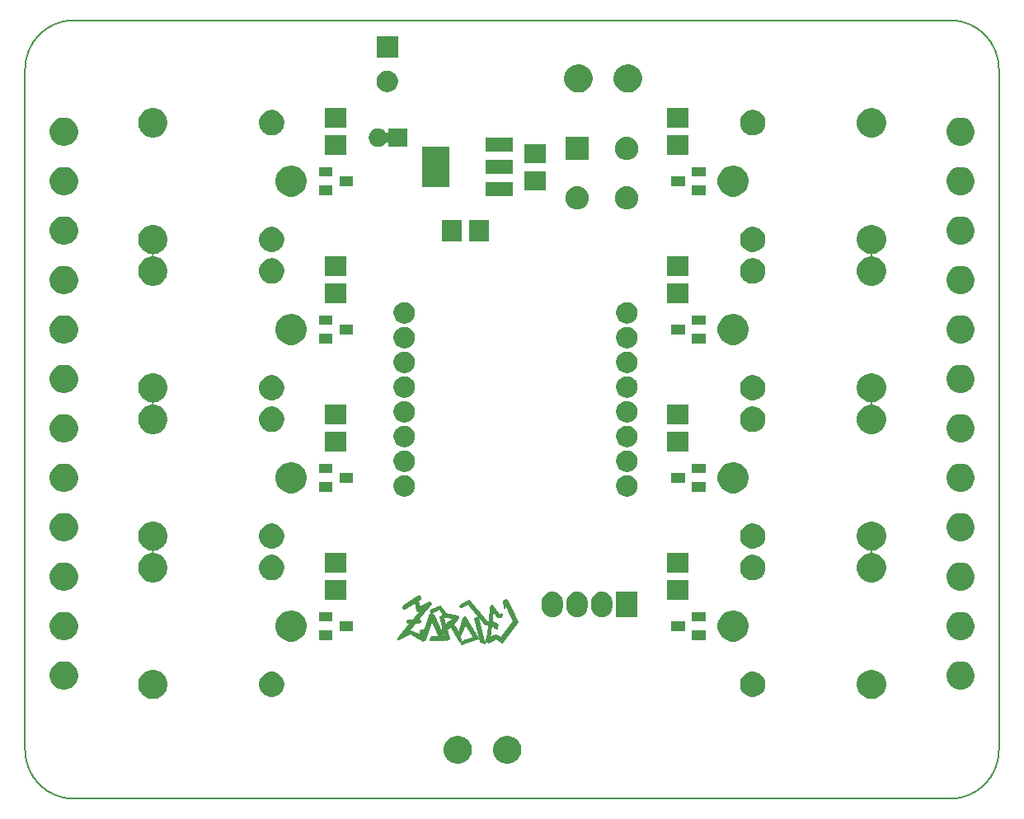
<source format=gbr>
%TF.GenerationSoftware,KiCad,Pcbnew,(5.1.2)-1*%
%TF.CreationDate,2020-01-14T11:15:58-03:00*%
%TF.ProjectId,wifi 2,77696669-2032-42e6-9b69-6361645f7063,rev?*%
%TF.SameCoordinates,Original*%
%TF.FileFunction,Soldermask,Top*%
%TF.FilePolarity,Negative*%
%FSLAX46Y46*%
G04 Gerber Fmt 4.6, Leading zero omitted, Abs format (unit mm)*
G04 Created by KiCad (PCBNEW (5.1.2)-1) date 2020-01-14 11:15:58*
%MOMM*%
%LPD*%
G04 APERTURE LIST*
%ADD10C,0.150000*%
%ADD11C,0.100000*%
G04 APERTURE END LIST*
D10*
G36*
X140550000Y-141825000D02*
G01*
X139075000Y-143900000D01*
X138950000Y-143925000D01*
X138350000Y-143575000D01*
X137600000Y-143950000D01*
X137425000Y-143900000D01*
X137375000Y-143850000D01*
X137400000Y-143550000D01*
X137800000Y-143375000D01*
X138100000Y-143250000D01*
X138400000Y-143175000D01*
X138925000Y-143475000D01*
X140175000Y-141750000D01*
X139500000Y-140325000D01*
X139325000Y-140250000D01*
X139200000Y-140400000D01*
X139150000Y-139675000D01*
X139500000Y-139525000D01*
X140550000Y-141825000D01*
G37*
X140550000Y-141825000D02*
X139075000Y-143900000D01*
X138950000Y-143925000D01*
X138350000Y-143575000D01*
X137600000Y-143950000D01*
X137425000Y-143900000D01*
X137375000Y-143850000D01*
X137400000Y-143550000D01*
X137800000Y-143375000D01*
X138100000Y-143250000D01*
X138400000Y-143175000D01*
X138925000Y-143475000D01*
X140175000Y-141750000D01*
X139500000Y-140325000D01*
X139325000Y-140250000D01*
X139200000Y-140400000D01*
X139150000Y-139675000D01*
X139500000Y-139525000D01*
X140550000Y-141825000D01*
G36*
X138725000Y-141175000D02*
G01*
X138900000Y-141025000D01*
X138975000Y-141050000D01*
X138875000Y-141300000D01*
X138550000Y-141350000D01*
X138075000Y-140750000D01*
X137750000Y-143500000D01*
X137450000Y-143525000D01*
X137675000Y-141700000D01*
X137675000Y-141750000D01*
X137825000Y-140300000D01*
X137900000Y-140175000D01*
X138000000Y-140150000D01*
X138725000Y-141175000D01*
G37*
X138725000Y-141175000D02*
X138900000Y-141025000D01*
X138975000Y-141050000D01*
X138875000Y-141300000D01*
X138550000Y-141350000D01*
X138075000Y-140750000D01*
X137750000Y-143500000D01*
X137450000Y-143525000D01*
X137675000Y-141700000D01*
X137675000Y-141750000D01*
X137825000Y-140300000D01*
X137900000Y-140175000D01*
X138000000Y-140150000D01*
X138725000Y-141175000D01*
G36*
X137450000Y-141825000D02*
G01*
X137900000Y-141825000D01*
X138075000Y-141850000D01*
X138525000Y-142100000D01*
X138500000Y-142400000D01*
X138450000Y-142500000D01*
X138225000Y-142425000D01*
X138175000Y-142250000D01*
X137575000Y-142100000D01*
X137325000Y-142100000D01*
X136675000Y-141400000D01*
X135475000Y-139975000D01*
X134800000Y-140300000D01*
X134775000Y-140300000D01*
X134700000Y-140275000D01*
X134625000Y-140200000D01*
X134625000Y-140125000D01*
X135625000Y-139625000D01*
X137450000Y-141825000D01*
G37*
X137450000Y-141825000D02*
X137900000Y-141825000D01*
X138075000Y-141850000D01*
X138525000Y-142100000D01*
X138500000Y-142400000D01*
X138450000Y-142500000D01*
X138225000Y-142425000D01*
X138175000Y-142250000D01*
X137575000Y-142100000D01*
X137325000Y-142100000D01*
X136675000Y-141400000D01*
X135475000Y-139975000D01*
X134800000Y-140300000D01*
X134775000Y-140300000D01*
X134700000Y-140275000D01*
X134625000Y-140200000D01*
X134625000Y-140125000D01*
X135625000Y-139625000D01*
X137450000Y-141825000D01*
G36*
X135275000Y-141400000D02*
G01*
X136500000Y-143550000D01*
X134875000Y-144100000D01*
X134850000Y-143950000D01*
X134975000Y-143825000D01*
X136100000Y-143450000D01*
X135275000Y-142100000D01*
X135075000Y-142350000D01*
X134700000Y-143300000D01*
X134550000Y-142925000D01*
X135025000Y-141400000D01*
X135175000Y-141375000D01*
X135275000Y-141400000D01*
G37*
X135275000Y-141400000D02*
X136500000Y-143550000D01*
X134875000Y-144100000D01*
X134850000Y-143950000D01*
X134975000Y-143825000D01*
X136100000Y-143450000D01*
X135275000Y-142100000D01*
X135075000Y-142350000D01*
X134700000Y-143300000D01*
X134550000Y-142925000D01*
X135025000Y-141400000D01*
X135175000Y-141375000D01*
X135275000Y-141400000D01*
G36*
X136500000Y-141450000D02*
G01*
X137123902Y-143770914D01*
X137300000Y-143925000D01*
X137200000Y-144025000D01*
X136775000Y-143900000D01*
X136175000Y-141525000D01*
X136300000Y-141425000D01*
X136500000Y-141450000D01*
G37*
X136500000Y-141450000D02*
X137123902Y-143770914D01*
X137300000Y-143925000D01*
X137200000Y-144025000D01*
X136775000Y-143900000D01*
X136175000Y-141525000D01*
X136300000Y-141425000D01*
X136500000Y-141450000D01*
G36*
X133250000Y-141000000D02*
G01*
X134400000Y-141225000D01*
X134500000Y-141300000D01*
X134525000Y-141425000D01*
X133950000Y-142075000D01*
X133800000Y-142000000D01*
X133725000Y-141750000D01*
X134050000Y-141450000D01*
X133100000Y-141300000D01*
X132525000Y-140525000D01*
X131750000Y-140875000D01*
X131700000Y-140825000D01*
X131650000Y-140675000D01*
X132625000Y-140225000D01*
X133250000Y-141000000D01*
G37*
X133250000Y-141000000D02*
X134400000Y-141225000D01*
X134500000Y-141300000D01*
X134525000Y-141425000D01*
X133950000Y-142075000D01*
X133800000Y-142000000D01*
X133725000Y-141750000D01*
X134050000Y-141450000D01*
X133100000Y-141300000D01*
X132525000Y-140525000D01*
X131750000Y-140875000D01*
X131700000Y-140825000D01*
X131650000Y-140675000D01*
X132625000Y-140225000D01*
X133250000Y-141000000D01*
G36*
X133525000Y-143550000D02*
G01*
X133475000Y-143650000D01*
X133325000Y-143700000D01*
X133225000Y-143600000D01*
X132625000Y-141300000D01*
X132675000Y-141250000D01*
X132875000Y-141200000D01*
X133525000Y-143550000D01*
G37*
X133525000Y-143550000D02*
X133475000Y-143650000D01*
X133325000Y-143700000D01*
X133225000Y-143600000D01*
X132625000Y-141300000D01*
X132675000Y-141250000D01*
X132875000Y-141200000D01*
X133525000Y-143550000D01*
G36*
X134225000Y-142450000D02*
G01*
X134875000Y-143850000D01*
X134675000Y-143900000D01*
X133725000Y-142300000D01*
X132975000Y-142950000D01*
X132825000Y-142900000D01*
X132825000Y-142700000D01*
X133475000Y-141850000D01*
X133675000Y-141800000D01*
X134225000Y-142450000D01*
G37*
X134225000Y-142450000D02*
X134875000Y-143850000D01*
X134675000Y-143900000D01*
X133725000Y-142300000D01*
X132975000Y-142950000D01*
X132825000Y-142900000D01*
X132825000Y-142700000D01*
X133475000Y-141850000D01*
X133675000Y-141800000D01*
X134225000Y-142450000D01*
G36*
X130575000Y-139250000D02*
G01*
X130575000Y-139450000D01*
X130375000Y-139650000D01*
X130475000Y-140300000D01*
X130525000Y-140300000D01*
X131525000Y-139800000D01*
X131625000Y-139800000D01*
X131725000Y-140000000D01*
X130375000Y-141550000D01*
X130425000Y-141600000D01*
X130625000Y-141650000D01*
X130575000Y-141850000D01*
X130325000Y-141950000D01*
X130125000Y-141900000D01*
X129375000Y-142750000D01*
X129375000Y-142850000D01*
X129625000Y-142800000D01*
X130575000Y-143200000D01*
X130625000Y-142700000D01*
X130825000Y-142650000D01*
X130925000Y-142700000D01*
X130925000Y-143450000D01*
X130825000Y-143700000D01*
X130625000Y-143600000D01*
X129575000Y-143050000D01*
X128425000Y-143650000D01*
X128275000Y-143650000D01*
X128275000Y-143500000D01*
X129625000Y-141900000D01*
X129325000Y-141900000D01*
X129275000Y-141850000D01*
X129225000Y-141700000D01*
X129325000Y-141650000D01*
X129875000Y-141650000D01*
X130725000Y-140650000D01*
X130375000Y-140750000D01*
X130275000Y-140700000D01*
X130225000Y-140650000D01*
X130075000Y-139850000D01*
X129025000Y-140500000D01*
X128925000Y-140350000D01*
X128975000Y-140500000D01*
X128875000Y-140500000D01*
X128825000Y-140400000D01*
X128825000Y-140250000D01*
X130325000Y-139200000D01*
X130425000Y-139150000D01*
X130575000Y-139250000D01*
G37*
X130575000Y-139250000D02*
X130575000Y-139450000D01*
X130375000Y-139650000D01*
X130475000Y-140300000D01*
X130525000Y-140300000D01*
X131525000Y-139800000D01*
X131625000Y-139800000D01*
X131725000Y-140000000D01*
X130375000Y-141550000D01*
X130425000Y-141600000D01*
X130625000Y-141650000D01*
X130575000Y-141850000D01*
X130325000Y-141950000D01*
X130125000Y-141900000D01*
X129375000Y-142750000D01*
X129375000Y-142850000D01*
X129625000Y-142800000D01*
X130575000Y-143200000D01*
X130625000Y-142700000D01*
X130825000Y-142650000D01*
X130925000Y-142700000D01*
X130925000Y-143450000D01*
X130825000Y-143700000D01*
X130625000Y-143600000D01*
X129575000Y-143050000D01*
X128425000Y-143650000D01*
X128275000Y-143650000D01*
X128275000Y-143500000D01*
X129625000Y-141900000D01*
X129325000Y-141900000D01*
X129275000Y-141850000D01*
X129225000Y-141700000D01*
X129325000Y-141650000D01*
X129875000Y-141650000D01*
X130725000Y-140650000D01*
X130375000Y-140750000D01*
X130275000Y-140700000D01*
X130225000Y-140650000D01*
X130075000Y-139850000D01*
X129025000Y-140500000D01*
X128925000Y-140350000D01*
X128975000Y-140500000D01*
X128875000Y-140500000D01*
X128825000Y-140400000D01*
X128825000Y-140250000D01*
X130325000Y-139200000D01*
X130425000Y-139150000D01*
X130575000Y-139250000D01*
G36*
X131925000Y-141100000D02*
G01*
X133075000Y-143500000D01*
X133025000Y-143700000D01*
X131625000Y-143700000D01*
X131725000Y-143400000D01*
X132575000Y-143350000D01*
X131775000Y-141700000D01*
X131125000Y-143650000D01*
X130875000Y-143750000D01*
X131025000Y-142700000D01*
X131025000Y-142650000D01*
X131575000Y-141000000D01*
X131775000Y-141000000D01*
X131925000Y-141100000D01*
G37*
X131925000Y-141100000D02*
X133075000Y-143500000D01*
X133025000Y-143700000D01*
X131625000Y-143700000D01*
X131725000Y-143400000D01*
X132575000Y-143350000D01*
X131775000Y-141700000D01*
X131125000Y-143650000D01*
X130875000Y-143750000D01*
X131025000Y-142700000D01*
X131025000Y-142650000D01*
X131575000Y-141000000D01*
X131775000Y-141000000D01*
X131925000Y-141100000D01*
X95000000Y-160000000D02*
X185000000Y-160000000D01*
X90000000Y-85000000D02*
X90000000Y-155000000D01*
X185000000Y-80000000D02*
X95000000Y-80000000D01*
X190000000Y-155000000D02*
X190000000Y-85000000D01*
X190000000Y-155000000D02*
G75*
G02X185000000Y-160000000I-5000000J0D01*
G01*
X185000000Y-80000000D02*
G75*
G02X190000000Y-85000000I0J-5000000D01*
G01*
X90000000Y-85000000D02*
G75*
G02X95000000Y-80000000I5000000J0D01*
G01*
X95000000Y-160000000D02*
G75*
G02X90000000Y-155000000I0J5000000D01*
G01*
D11*
G36*
X139932948Y-153575722D02*
G01*
X140196831Y-153685026D01*
X140196833Y-153685027D01*
X140434321Y-153843711D01*
X140636289Y-154045679D01*
X140794973Y-154283167D01*
X140794974Y-154283169D01*
X140904278Y-154547052D01*
X140960000Y-154827186D01*
X140960000Y-155112814D01*
X140904278Y-155392948D01*
X140794974Y-155656831D01*
X140794973Y-155656833D01*
X140636289Y-155894321D01*
X140434321Y-156096289D01*
X140196833Y-156254973D01*
X140196832Y-156254974D01*
X140196831Y-156254974D01*
X139932948Y-156364278D01*
X139652814Y-156420000D01*
X139367186Y-156420000D01*
X139087052Y-156364278D01*
X138823169Y-156254974D01*
X138823168Y-156254974D01*
X138823167Y-156254973D01*
X138585679Y-156096289D01*
X138383711Y-155894321D01*
X138225027Y-155656833D01*
X138225026Y-155656831D01*
X138115722Y-155392948D01*
X138060000Y-155112814D01*
X138060000Y-154827186D01*
X138115722Y-154547052D01*
X138225026Y-154283169D01*
X138225027Y-154283167D01*
X138383711Y-154045679D01*
X138585679Y-153843711D01*
X138823167Y-153685027D01*
X138823169Y-153685026D01*
X139087052Y-153575722D01*
X139367186Y-153520000D01*
X139652814Y-153520000D01*
X139932948Y-153575722D01*
X139932948Y-153575722D01*
G37*
G36*
X134852948Y-153575722D02*
G01*
X135116831Y-153685026D01*
X135116833Y-153685027D01*
X135354321Y-153843711D01*
X135556289Y-154045679D01*
X135714973Y-154283167D01*
X135714974Y-154283169D01*
X135824278Y-154547052D01*
X135880000Y-154827186D01*
X135880000Y-155112814D01*
X135824278Y-155392948D01*
X135714974Y-155656831D01*
X135714973Y-155656833D01*
X135556289Y-155894321D01*
X135354321Y-156096289D01*
X135116833Y-156254973D01*
X135116832Y-156254974D01*
X135116831Y-156254974D01*
X134852948Y-156364278D01*
X134572814Y-156420000D01*
X134287186Y-156420000D01*
X134007052Y-156364278D01*
X133743169Y-156254974D01*
X133743168Y-156254974D01*
X133743167Y-156254973D01*
X133505679Y-156096289D01*
X133303711Y-155894321D01*
X133145027Y-155656833D01*
X133145026Y-155656831D01*
X133035722Y-155392948D01*
X132980000Y-155112814D01*
X132980000Y-154827186D01*
X133035722Y-154547052D01*
X133145026Y-154283169D01*
X133145027Y-154283167D01*
X133303711Y-154045679D01*
X133505679Y-153843711D01*
X133743167Y-153685027D01*
X133743169Y-153685026D01*
X134007052Y-153575722D01*
X134287186Y-153520000D01*
X134572814Y-153520000D01*
X134852948Y-153575722D01*
X134852948Y-153575722D01*
G37*
G36*
X103557534Y-146797643D02*
G01*
X103797527Y-146897052D01*
X103830517Y-146910717D01*
X103874342Y-146940000D01*
X104076193Y-147074873D01*
X104285127Y-147283807D01*
X104449284Y-147529485D01*
X104562357Y-147802466D01*
X104620000Y-148092262D01*
X104620000Y-148387738D01*
X104562357Y-148677534D01*
X104488525Y-148855779D01*
X104449283Y-148950517D01*
X104285126Y-149196194D01*
X104076194Y-149405126D01*
X103830517Y-149569283D01*
X103830516Y-149569284D01*
X103830515Y-149569284D01*
X103557534Y-149682357D01*
X103267738Y-149740000D01*
X102972262Y-149740000D01*
X102682466Y-149682357D01*
X102409485Y-149569284D01*
X102409484Y-149569284D01*
X102409483Y-149569283D01*
X102163806Y-149405126D01*
X101954874Y-149196194D01*
X101790717Y-148950517D01*
X101751475Y-148855779D01*
X101677643Y-148677534D01*
X101620000Y-148387738D01*
X101620000Y-148092262D01*
X101677643Y-147802466D01*
X101790716Y-147529485D01*
X101954873Y-147283807D01*
X102163807Y-147074873D01*
X102365658Y-146940000D01*
X102409483Y-146910717D01*
X102442473Y-146897052D01*
X102682466Y-146797643D01*
X102972262Y-146740000D01*
X103267738Y-146740000D01*
X103557534Y-146797643D01*
X103557534Y-146797643D01*
G37*
G36*
X177352534Y-146797643D02*
G01*
X177592527Y-146897052D01*
X177625517Y-146910717D01*
X177669342Y-146940000D01*
X177871193Y-147074873D01*
X178080127Y-147283807D01*
X178244284Y-147529485D01*
X178357357Y-147802466D01*
X178415000Y-148092262D01*
X178415000Y-148387738D01*
X178357357Y-148677534D01*
X178283525Y-148855779D01*
X178244283Y-148950517D01*
X178080126Y-149196194D01*
X177871194Y-149405126D01*
X177625517Y-149569283D01*
X177625516Y-149569284D01*
X177625515Y-149569284D01*
X177352534Y-149682357D01*
X177062738Y-149740000D01*
X176767262Y-149740000D01*
X176477466Y-149682357D01*
X176204485Y-149569284D01*
X176204484Y-149569284D01*
X176204483Y-149569283D01*
X175958806Y-149405126D01*
X175749874Y-149196194D01*
X175585717Y-148950517D01*
X175546475Y-148855779D01*
X175472643Y-148677534D01*
X175415000Y-148387738D01*
X175415000Y-148092262D01*
X175472643Y-147802466D01*
X175585716Y-147529485D01*
X175749873Y-147283807D01*
X175958807Y-147074873D01*
X176160658Y-146940000D01*
X176204483Y-146910717D01*
X176237473Y-146897052D01*
X176477466Y-146797643D01*
X176767262Y-146740000D01*
X177062738Y-146740000D01*
X177352534Y-146797643D01*
X177352534Y-146797643D01*
G37*
G36*
X115573617Y-146964979D02*
G01*
X115699196Y-146989958D01*
X115866486Y-147059252D01*
X115904199Y-147074873D01*
X115935781Y-147087955D01*
X116148702Y-147230224D01*
X116329776Y-147411298D01*
X116472045Y-147624219D01*
X116570042Y-147860804D01*
X116620000Y-148111961D01*
X116620000Y-148368039D01*
X116570042Y-148619196D01*
X116472045Y-148855781D01*
X116329776Y-149068702D01*
X116148702Y-149249776D01*
X115935781Y-149392045D01*
X115935780Y-149392046D01*
X115935779Y-149392046D01*
X115866486Y-149420748D01*
X115699196Y-149490042D01*
X115448040Y-149540000D01*
X115191960Y-149540000D01*
X114940804Y-149490042D01*
X114773514Y-149420748D01*
X114704221Y-149392046D01*
X114704220Y-149392046D01*
X114704219Y-149392045D01*
X114491298Y-149249776D01*
X114310224Y-149068702D01*
X114167955Y-148855781D01*
X114069958Y-148619196D01*
X114020000Y-148368039D01*
X114020000Y-148111961D01*
X114069958Y-147860804D01*
X114167955Y-147624219D01*
X114310224Y-147411298D01*
X114491298Y-147230224D01*
X114704219Y-147087955D01*
X114735802Y-147074873D01*
X114773514Y-147059252D01*
X114940804Y-146989958D01*
X115066383Y-146964979D01*
X115191960Y-146940000D01*
X115448040Y-146940000D01*
X115573617Y-146964979D01*
X115573617Y-146964979D01*
G37*
G36*
X164968617Y-146964979D02*
G01*
X165094196Y-146989958D01*
X165261486Y-147059252D01*
X165299199Y-147074873D01*
X165330781Y-147087955D01*
X165543702Y-147230224D01*
X165724776Y-147411298D01*
X165867045Y-147624219D01*
X165965042Y-147860804D01*
X166015000Y-148111961D01*
X166015000Y-148368039D01*
X165965042Y-148619196D01*
X165867045Y-148855781D01*
X165724776Y-149068702D01*
X165543702Y-149249776D01*
X165330781Y-149392045D01*
X165330780Y-149392046D01*
X165330779Y-149392046D01*
X165261486Y-149420748D01*
X165094196Y-149490042D01*
X164843040Y-149540000D01*
X164586960Y-149540000D01*
X164335804Y-149490042D01*
X164168514Y-149420748D01*
X164099221Y-149392046D01*
X164099220Y-149392046D01*
X164099219Y-149392045D01*
X163886298Y-149249776D01*
X163705224Y-149068702D01*
X163562955Y-148855781D01*
X163464958Y-148619196D01*
X163415000Y-148368039D01*
X163415000Y-148111961D01*
X163464958Y-147860804D01*
X163562955Y-147624219D01*
X163705224Y-147411298D01*
X163886298Y-147230224D01*
X164099219Y-147087955D01*
X164130802Y-147074873D01*
X164168514Y-147059252D01*
X164335804Y-146989958D01*
X164461383Y-146964979D01*
X164586960Y-146940000D01*
X164843040Y-146940000D01*
X164968617Y-146964979D01*
X164968617Y-146964979D01*
G37*
G36*
X186477948Y-145925722D02*
G01*
X186741831Y-146035026D01*
X186741833Y-146035027D01*
X186979321Y-146193711D01*
X187181289Y-146395679D01*
X187339973Y-146633167D01*
X187339974Y-146633169D01*
X187449278Y-146897052D01*
X187505000Y-147177186D01*
X187505000Y-147462814D01*
X187449278Y-147742948D01*
X187400460Y-147860804D01*
X187339973Y-148006833D01*
X187181289Y-148244321D01*
X186979321Y-148446289D01*
X186741833Y-148604973D01*
X186741832Y-148604974D01*
X186741831Y-148604974D01*
X186477948Y-148714278D01*
X186197814Y-148770000D01*
X185912186Y-148770000D01*
X185632052Y-148714278D01*
X185368169Y-148604974D01*
X185368168Y-148604974D01*
X185368167Y-148604973D01*
X185130679Y-148446289D01*
X184928711Y-148244321D01*
X184770027Y-148006833D01*
X184709540Y-147860804D01*
X184660722Y-147742948D01*
X184605000Y-147462814D01*
X184605000Y-147177186D01*
X184660722Y-146897052D01*
X184770026Y-146633169D01*
X184770027Y-146633167D01*
X184928711Y-146395679D01*
X185130679Y-146193711D01*
X185368167Y-146035027D01*
X185368169Y-146035026D01*
X185632052Y-145925722D01*
X185912186Y-145870000D01*
X186197814Y-145870000D01*
X186477948Y-145925722D01*
X186477948Y-145925722D01*
G37*
G36*
X94402948Y-145925722D02*
G01*
X94666831Y-146035026D01*
X94666833Y-146035027D01*
X94904321Y-146193711D01*
X95106289Y-146395679D01*
X95264973Y-146633167D01*
X95264974Y-146633169D01*
X95374278Y-146897052D01*
X95430000Y-147177186D01*
X95430000Y-147462814D01*
X95374278Y-147742948D01*
X95325460Y-147860804D01*
X95264973Y-148006833D01*
X95106289Y-148244321D01*
X94904321Y-148446289D01*
X94666833Y-148604973D01*
X94666832Y-148604974D01*
X94666831Y-148604974D01*
X94402948Y-148714278D01*
X94122814Y-148770000D01*
X93837186Y-148770000D01*
X93557052Y-148714278D01*
X93293169Y-148604974D01*
X93293168Y-148604974D01*
X93293167Y-148604973D01*
X93055679Y-148446289D01*
X92853711Y-148244321D01*
X92695027Y-148006833D01*
X92634540Y-147860804D01*
X92585722Y-147742948D01*
X92530000Y-147462814D01*
X92530000Y-147177186D01*
X92585722Y-146897052D01*
X92695026Y-146633169D01*
X92695027Y-146633167D01*
X92853711Y-146395679D01*
X93055679Y-146193711D01*
X93293167Y-146035027D01*
X93293169Y-146035026D01*
X93557052Y-145925722D01*
X93837186Y-145870000D01*
X94122814Y-145870000D01*
X94402948Y-145925722D01*
X94402948Y-145925722D01*
G37*
G36*
X163181703Y-140701486D02*
G01*
X163472883Y-140822097D01*
X163734940Y-140997198D01*
X163957802Y-141220060D01*
X164132903Y-141482117D01*
X164253514Y-141773297D01*
X164315000Y-142082412D01*
X164315000Y-142397588D01*
X164253514Y-142706703D01*
X164132903Y-142997883D01*
X163957802Y-143259940D01*
X163734940Y-143482802D01*
X163472883Y-143657903D01*
X163181703Y-143778514D01*
X162872588Y-143840000D01*
X162557412Y-143840000D01*
X162248297Y-143778514D01*
X161957117Y-143657903D01*
X161695060Y-143482802D01*
X161472198Y-143259940D01*
X161297097Y-142997883D01*
X161176486Y-142706703D01*
X161115000Y-142397588D01*
X161115000Y-142082412D01*
X161176486Y-141773297D01*
X161297097Y-141482117D01*
X161472198Y-141220060D01*
X161695060Y-140997198D01*
X161957117Y-140822097D01*
X162248297Y-140701486D01*
X162557412Y-140640000D01*
X162872588Y-140640000D01*
X163181703Y-140701486D01*
X163181703Y-140701486D01*
G37*
G36*
X117786703Y-140701486D02*
G01*
X118077883Y-140822097D01*
X118339940Y-140997198D01*
X118562802Y-141220060D01*
X118737903Y-141482117D01*
X118858514Y-141773297D01*
X118920000Y-142082412D01*
X118920000Y-142397588D01*
X118858514Y-142706703D01*
X118737903Y-142997883D01*
X118562802Y-143259940D01*
X118339940Y-143482802D01*
X118077883Y-143657903D01*
X117786703Y-143778514D01*
X117477588Y-143840000D01*
X117162412Y-143840000D01*
X116853297Y-143778514D01*
X116562117Y-143657903D01*
X116300060Y-143482802D01*
X116077198Y-143259940D01*
X115902097Y-142997883D01*
X115781486Y-142706703D01*
X115720000Y-142397588D01*
X115720000Y-142082412D01*
X115781486Y-141773297D01*
X115902097Y-141482117D01*
X116077198Y-141220060D01*
X116300060Y-140997198D01*
X116562117Y-140822097D01*
X116853297Y-140701486D01*
X117162412Y-140640000D01*
X117477588Y-140640000D01*
X117786703Y-140701486D01*
X117786703Y-140701486D01*
G37*
G36*
X121563740Y-143692220D02*
G01*
X120162980Y-143692220D01*
X120162980Y-142692780D01*
X121563740Y-142692780D01*
X121563740Y-143692220D01*
X121563740Y-143692220D01*
G37*
G36*
X159872020Y-143692220D02*
G01*
X158471260Y-143692220D01*
X158471260Y-142692780D01*
X159872020Y-142692780D01*
X159872020Y-143692220D01*
X159872020Y-143692220D01*
G37*
G36*
X94402948Y-140845722D02*
G01*
X94666831Y-140955026D01*
X94666833Y-140955027D01*
X94904321Y-141113711D01*
X95106289Y-141315679D01*
X95217498Y-141482116D01*
X95264974Y-141553169D01*
X95374278Y-141817052D01*
X95430000Y-142097186D01*
X95430000Y-142382814D01*
X95374278Y-142662948D01*
X95361921Y-142692780D01*
X95264973Y-142926833D01*
X95106289Y-143164321D01*
X94904321Y-143366289D01*
X94666833Y-143524973D01*
X94666832Y-143524974D01*
X94666831Y-143524974D01*
X94402948Y-143634278D01*
X94122814Y-143690000D01*
X93837186Y-143690000D01*
X93557052Y-143634278D01*
X93293169Y-143524974D01*
X93293168Y-143524974D01*
X93293167Y-143524973D01*
X93055679Y-143366289D01*
X92853711Y-143164321D01*
X92695027Y-142926833D01*
X92598079Y-142692780D01*
X92585722Y-142662948D01*
X92530000Y-142382814D01*
X92530000Y-142097186D01*
X92585722Y-141817052D01*
X92695026Y-141553169D01*
X92742502Y-141482116D01*
X92853711Y-141315679D01*
X93055679Y-141113711D01*
X93293167Y-140955027D01*
X93293169Y-140955026D01*
X93557052Y-140845722D01*
X93837186Y-140790000D01*
X94122814Y-140790000D01*
X94402948Y-140845722D01*
X94402948Y-140845722D01*
G37*
G36*
X186477948Y-140845722D02*
G01*
X186741831Y-140955026D01*
X186741833Y-140955027D01*
X186979321Y-141113711D01*
X187181289Y-141315679D01*
X187292498Y-141482116D01*
X187339974Y-141553169D01*
X187449278Y-141817052D01*
X187505000Y-142097186D01*
X187505000Y-142382814D01*
X187449278Y-142662948D01*
X187436921Y-142692780D01*
X187339973Y-142926833D01*
X187181289Y-143164321D01*
X186979321Y-143366289D01*
X186741833Y-143524973D01*
X186741832Y-143524974D01*
X186741831Y-143524974D01*
X186477948Y-143634278D01*
X186197814Y-143690000D01*
X185912186Y-143690000D01*
X185632052Y-143634278D01*
X185368169Y-143524974D01*
X185368168Y-143524974D01*
X185368167Y-143524973D01*
X185130679Y-143366289D01*
X184928711Y-143164321D01*
X184770027Y-142926833D01*
X184673079Y-142692780D01*
X184660722Y-142662948D01*
X184605000Y-142382814D01*
X184605000Y-142097186D01*
X184660722Y-141817052D01*
X184770026Y-141553169D01*
X184817502Y-141482116D01*
X184928711Y-141315679D01*
X185130679Y-141113711D01*
X185368167Y-140955027D01*
X185368169Y-140955026D01*
X185632052Y-140845722D01*
X185912186Y-140790000D01*
X186197814Y-140790000D01*
X186477948Y-140845722D01*
X186477948Y-140845722D01*
G37*
G36*
X123677020Y-142739720D02*
G01*
X122276260Y-142739720D01*
X122276260Y-141740280D01*
X123677020Y-141740280D01*
X123677020Y-142739720D01*
X123677020Y-142739720D01*
G37*
G36*
X157758740Y-142739720D02*
G01*
X156357980Y-142739720D01*
X156357980Y-141740280D01*
X157758740Y-141740280D01*
X157758740Y-142739720D01*
X157758740Y-142739720D01*
G37*
G36*
X121563740Y-141787220D02*
G01*
X120162980Y-141787220D01*
X120162980Y-140787780D01*
X121563740Y-140787780D01*
X121563740Y-141787220D01*
X121563740Y-141787220D01*
G37*
G36*
X159872020Y-141787220D02*
G01*
X158471260Y-141787220D01*
X158471260Y-140787780D01*
X159872020Y-140787780D01*
X159872020Y-141787220D01*
X159872020Y-141787220D01*
G37*
G36*
X146890735Y-138725554D02*
G01*
X147093376Y-138787024D01*
X147280128Y-138886846D01*
X147443818Y-139021182D01*
X147543160Y-139142232D01*
X147578154Y-139184872D01*
X147578155Y-139184874D01*
X147677975Y-139371623D01*
X147739446Y-139574266D01*
X147755000Y-139732191D01*
X147755000Y-140287810D01*
X147739446Y-140445735D01*
X147677976Y-140648376D01*
X147578154Y-140835128D01*
X147443818Y-140998818D01*
X147330986Y-141091415D01*
X147280128Y-141133154D01*
X147186751Y-141183065D01*
X147093375Y-141232976D01*
X146890734Y-141294446D01*
X146680000Y-141315201D01*
X146469265Y-141294446D01*
X146266624Y-141232976D01*
X146079872Y-141133154D01*
X145916182Y-140998818D01*
X145823585Y-140885986D01*
X145781846Y-140835128D01*
X145682025Y-140648376D01*
X145682024Y-140648375D01*
X145620554Y-140445734D01*
X145605000Y-140287809D01*
X145605000Y-139732190D01*
X145620554Y-139574265D01*
X145682024Y-139371624D01*
X145781847Y-139184872D01*
X145916183Y-139021182D01*
X146079873Y-138886846D01*
X146266625Y-138787024D01*
X146469266Y-138725554D01*
X146680000Y-138704799D01*
X146890735Y-138725554D01*
X146890735Y-138725554D01*
G37*
G36*
X144350735Y-138725554D02*
G01*
X144553376Y-138787024D01*
X144740128Y-138886846D01*
X144903818Y-139021182D01*
X145003160Y-139142232D01*
X145038154Y-139184872D01*
X145038155Y-139184874D01*
X145137975Y-139371623D01*
X145199446Y-139574266D01*
X145215000Y-139732191D01*
X145215000Y-140287810D01*
X145199446Y-140445735D01*
X145137976Y-140648376D01*
X145038154Y-140835128D01*
X144903818Y-140998818D01*
X144790986Y-141091415D01*
X144740128Y-141133154D01*
X144646751Y-141183065D01*
X144553375Y-141232976D01*
X144350734Y-141294446D01*
X144140000Y-141315201D01*
X143929265Y-141294446D01*
X143726624Y-141232976D01*
X143539872Y-141133154D01*
X143376182Y-140998818D01*
X143283585Y-140885986D01*
X143241846Y-140835128D01*
X143142025Y-140648376D01*
X143142024Y-140648375D01*
X143080554Y-140445734D01*
X143065000Y-140287809D01*
X143065000Y-139732190D01*
X143080554Y-139574265D01*
X143142024Y-139371624D01*
X143241847Y-139184872D01*
X143376183Y-139021182D01*
X143539873Y-138886846D01*
X143726625Y-138787024D01*
X143929266Y-138725554D01*
X144140000Y-138704799D01*
X144350735Y-138725554D01*
X144350735Y-138725554D01*
G37*
G36*
X149430735Y-138725554D02*
G01*
X149633376Y-138787024D01*
X149820128Y-138886846D01*
X149983818Y-139021182D01*
X150083160Y-139142232D01*
X150118154Y-139184872D01*
X150118155Y-139184874D01*
X150217975Y-139371623D01*
X150279446Y-139574266D01*
X150295000Y-139732191D01*
X150295000Y-140287810D01*
X150279446Y-140445735D01*
X150217976Y-140648376D01*
X150118154Y-140835128D01*
X149983818Y-140998818D01*
X149870986Y-141091415D01*
X149820128Y-141133154D01*
X149726751Y-141183065D01*
X149633375Y-141232976D01*
X149430734Y-141294446D01*
X149220000Y-141315201D01*
X149009265Y-141294446D01*
X148806624Y-141232976D01*
X148619872Y-141133154D01*
X148456182Y-140998818D01*
X148363585Y-140885986D01*
X148321846Y-140835128D01*
X148222025Y-140648376D01*
X148222024Y-140648375D01*
X148160554Y-140445734D01*
X148145000Y-140287809D01*
X148145000Y-139732190D01*
X148160554Y-139574265D01*
X148222024Y-139371624D01*
X148321847Y-139184872D01*
X148456183Y-139021182D01*
X148619873Y-138886846D01*
X148806625Y-138787024D01*
X149009266Y-138725554D01*
X149220000Y-138704799D01*
X149430735Y-138725554D01*
X149430735Y-138725554D01*
G37*
G36*
X152835000Y-141310000D02*
G01*
X150685000Y-141310000D01*
X150685000Y-138710000D01*
X152835000Y-138710000D01*
X152835000Y-141310000D01*
X152835000Y-141310000D01*
G37*
G36*
X123021700Y-139557100D02*
G01*
X120818300Y-139557100D01*
X120818300Y-137556900D01*
X123021700Y-137556900D01*
X123021700Y-139557100D01*
X123021700Y-139557100D01*
G37*
G36*
X158101700Y-139547100D02*
G01*
X155898300Y-139547100D01*
X155898300Y-137546900D01*
X158101700Y-137546900D01*
X158101700Y-139547100D01*
X158101700Y-139547100D01*
G37*
G36*
X186477948Y-135765722D02*
G01*
X186707496Y-135860804D01*
X186741833Y-135875027D01*
X186979321Y-136033711D01*
X187181289Y-136235679D01*
X187282891Y-136387738D01*
X187339974Y-136473169D01*
X187449278Y-136737052D01*
X187505000Y-137017186D01*
X187505000Y-137302814D01*
X187449278Y-137582948D01*
X187408101Y-137682357D01*
X187339973Y-137846833D01*
X187181289Y-138084321D01*
X186979321Y-138286289D01*
X186741833Y-138444973D01*
X186741832Y-138444974D01*
X186741831Y-138444974D01*
X186477948Y-138554278D01*
X186197814Y-138610000D01*
X185912186Y-138610000D01*
X185632052Y-138554278D01*
X185368169Y-138444974D01*
X185368168Y-138444974D01*
X185368167Y-138444973D01*
X185130679Y-138286289D01*
X184928711Y-138084321D01*
X184770027Y-137846833D01*
X184701899Y-137682357D01*
X184660722Y-137582948D01*
X184605000Y-137302814D01*
X184605000Y-137017186D01*
X184660722Y-136737052D01*
X184770026Y-136473169D01*
X184827109Y-136387738D01*
X184928711Y-136235679D01*
X185130679Y-136033711D01*
X185368167Y-135875027D01*
X185402504Y-135860804D01*
X185632052Y-135765722D01*
X185912186Y-135710000D01*
X186197814Y-135710000D01*
X186477948Y-135765722D01*
X186477948Y-135765722D01*
G37*
G36*
X94402948Y-135765722D02*
G01*
X94632496Y-135860804D01*
X94666833Y-135875027D01*
X94904321Y-136033711D01*
X95106289Y-136235679D01*
X95207891Y-136387738D01*
X95264974Y-136473169D01*
X95374278Y-136737052D01*
X95430000Y-137017186D01*
X95430000Y-137302814D01*
X95374278Y-137582948D01*
X95333101Y-137682357D01*
X95264973Y-137846833D01*
X95106289Y-138084321D01*
X94904321Y-138286289D01*
X94666833Y-138444973D01*
X94666832Y-138444974D01*
X94666831Y-138444974D01*
X94402948Y-138554278D01*
X94122814Y-138610000D01*
X93837186Y-138610000D01*
X93557052Y-138554278D01*
X93293169Y-138444974D01*
X93293168Y-138444974D01*
X93293167Y-138444973D01*
X93055679Y-138286289D01*
X92853711Y-138084321D01*
X92695027Y-137846833D01*
X92626899Y-137682357D01*
X92585722Y-137582948D01*
X92530000Y-137302814D01*
X92530000Y-137017186D01*
X92585722Y-136737052D01*
X92695026Y-136473169D01*
X92752109Y-136387738D01*
X92853711Y-136235679D01*
X93055679Y-136033711D01*
X93293167Y-135875027D01*
X93327504Y-135860804D01*
X93557052Y-135765722D01*
X93837186Y-135710000D01*
X94122814Y-135710000D01*
X94402948Y-135765722D01*
X94402948Y-135765722D01*
G37*
G36*
X177352534Y-131557643D02*
G01*
X177592527Y-131657052D01*
X177625517Y-131670717D01*
X177669342Y-131700000D01*
X177871193Y-131834873D01*
X178080127Y-132043807D01*
X178244284Y-132289485D01*
X178357357Y-132562466D01*
X178415000Y-132852262D01*
X178415000Y-133147738D01*
X178357357Y-133437534D01*
X178283525Y-133615779D01*
X178244283Y-133710517D01*
X178080126Y-133956194D01*
X177871194Y-134165126D01*
X177625517Y-134329283D01*
X177625516Y-134329284D01*
X177625515Y-134329284D01*
X177352534Y-134442357D01*
X177075794Y-134497403D01*
X177052345Y-134504516D01*
X177030735Y-134516067D01*
X177011793Y-134531612D01*
X176996247Y-134550554D01*
X176984696Y-134572165D01*
X176977583Y-134595614D01*
X176975181Y-134620000D01*
X176977583Y-134644386D01*
X176984696Y-134667835D01*
X176996247Y-134689445D01*
X177011792Y-134708387D01*
X177030734Y-134723933D01*
X177052345Y-134735484D01*
X177075794Y-134742597D01*
X177352534Y-134797643D01*
X177625515Y-134910716D01*
X177625517Y-134910717D01*
X177669342Y-134940000D01*
X177871193Y-135074873D01*
X178080127Y-135283807D01*
X178244284Y-135529485D01*
X178357357Y-135802466D01*
X178415000Y-136092262D01*
X178415000Y-136387738D01*
X178357357Y-136677534D01*
X178283525Y-136855779D01*
X178244283Y-136950517D01*
X178080126Y-137196194D01*
X177871194Y-137405126D01*
X177625517Y-137569283D01*
X177625516Y-137569284D01*
X177625515Y-137569284D01*
X177352534Y-137682357D01*
X177062738Y-137740000D01*
X176767262Y-137740000D01*
X176477466Y-137682357D01*
X176204485Y-137569284D01*
X176204484Y-137569284D01*
X176204483Y-137569283D01*
X175958806Y-137405126D01*
X175749874Y-137196194D01*
X175585717Y-136950517D01*
X175546475Y-136855779D01*
X175472643Y-136677534D01*
X175415000Y-136387738D01*
X175415000Y-136092262D01*
X175472643Y-135802466D01*
X175585716Y-135529485D01*
X175749873Y-135283807D01*
X175958807Y-135074873D01*
X176160658Y-134940000D01*
X176204483Y-134910717D01*
X176204485Y-134910716D01*
X176477466Y-134797643D01*
X176754206Y-134742597D01*
X176777655Y-134735484D01*
X176799265Y-134723933D01*
X176818207Y-134708388D01*
X176833753Y-134689446D01*
X176845304Y-134667835D01*
X176852417Y-134644386D01*
X176854819Y-134620000D01*
X176852417Y-134595614D01*
X176845304Y-134572165D01*
X176833753Y-134550555D01*
X176818208Y-134531613D01*
X176799266Y-134516067D01*
X176777655Y-134504516D01*
X176754206Y-134497403D01*
X176477466Y-134442357D01*
X176204485Y-134329284D01*
X176204484Y-134329284D01*
X176204483Y-134329283D01*
X175958806Y-134165126D01*
X175749874Y-133956194D01*
X175585717Y-133710517D01*
X175546475Y-133615779D01*
X175472643Y-133437534D01*
X175415000Y-133147738D01*
X175415000Y-132852262D01*
X175472643Y-132562466D01*
X175585716Y-132289485D01*
X175749873Y-132043807D01*
X175958807Y-131834873D01*
X176160658Y-131700000D01*
X176204483Y-131670717D01*
X176237473Y-131657052D01*
X176477466Y-131557643D01*
X176767262Y-131500000D01*
X177062738Y-131500000D01*
X177352534Y-131557643D01*
X177352534Y-131557643D01*
G37*
G36*
X103557534Y-131557643D02*
G01*
X103797527Y-131657052D01*
X103830517Y-131670717D01*
X103874342Y-131700000D01*
X104076193Y-131834873D01*
X104285127Y-132043807D01*
X104449284Y-132289485D01*
X104562357Y-132562466D01*
X104620000Y-132852262D01*
X104620000Y-133147738D01*
X104562357Y-133437534D01*
X104488525Y-133615779D01*
X104449283Y-133710517D01*
X104285126Y-133956194D01*
X104076194Y-134165126D01*
X103830517Y-134329283D01*
X103830516Y-134329284D01*
X103830515Y-134329284D01*
X103557534Y-134442357D01*
X103280794Y-134497403D01*
X103257345Y-134504516D01*
X103235735Y-134516067D01*
X103216793Y-134531612D01*
X103201247Y-134550554D01*
X103189696Y-134572165D01*
X103182583Y-134595614D01*
X103180181Y-134620000D01*
X103182583Y-134644386D01*
X103189696Y-134667835D01*
X103201247Y-134689445D01*
X103216792Y-134708387D01*
X103235734Y-134723933D01*
X103257345Y-134735484D01*
X103280794Y-134742597D01*
X103557534Y-134797643D01*
X103830515Y-134910716D01*
X103830517Y-134910717D01*
X103874342Y-134940000D01*
X104076193Y-135074873D01*
X104285127Y-135283807D01*
X104449284Y-135529485D01*
X104562357Y-135802466D01*
X104620000Y-136092262D01*
X104620000Y-136387738D01*
X104562357Y-136677534D01*
X104488525Y-136855779D01*
X104449283Y-136950517D01*
X104285126Y-137196194D01*
X104076194Y-137405126D01*
X103830517Y-137569283D01*
X103830516Y-137569284D01*
X103830515Y-137569284D01*
X103557534Y-137682357D01*
X103267738Y-137740000D01*
X102972262Y-137740000D01*
X102682466Y-137682357D01*
X102409485Y-137569284D01*
X102409484Y-137569284D01*
X102409483Y-137569283D01*
X102163806Y-137405126D01*
X101954874Y-137196194D01*
X101790717Y-136950517D01*
X101751475Y-136855779D01*
X101677643Y-136677534D01*
X101620000Y-136387738D01*
X101620000Y-136092262D01*
X101677643Y-135802466D01*
X101790716Y-135529485D01*
X101954873Y-135283807D01*
X102163807Y-135074873D01*
X102365658Y-134940000D01*
X102409483Y-134910717D01*
X102409485Y-134910716D01*
X102682466Y-134797643D01*
X102959206Y-134742597D01*
X102982655Y-134735484D01*
X103004265Y-134723933D01*
X103023207Y-134708388D01*
X103038753Y-134689446D01*
X103050304Y-134667835D01*
X103057417Y-134644386D01*
X103059819Y-134620000D01*
X103057417Y-134595614D01*
X103050304Y-134572165D01*
X103038753Y-134550555D01*
X103023208Y-134531613D01*
X103004266Y-134516067D01*
X102982655Y-134504516D01*
X102959206Y-134497403D01*
X102682466Y-134442357D01*
X102409485Y-134329284D01*
X102409484Y-134329284D01*
X102409483Y-134329283D01*
X102163806Y-134165126D01*
X101954874Y-133956194D01*
X101790717Y-133710517D01*
X101751475Y-133615779D01*
X101677643Y-133437534D01*
X101620000Y-133147738D01*
X101620000Y-132852262D01*
X101677643Y-132562466D01*
X101790716Y-132289485D01*
X101954873Y-132043807D01*
X102163807Y-131834873D01*
X102365658Y-131700000D01*
X102409483Y-131670717D01*
X102442473Y-131657052D01*
X102682466Y-131557643D01*
X102972262Y-131500000D01*
X103267738Y-131500000D01*
X103557534Y-131557643D01*
X103557534Y-131557643D01*
G37*
G36*
X165094196Y-134989958D02*
G01*
X165261486Y-135059252D01*
X165299199Y-135074873D01*
X165330781Y-135087955D01*
X165543702Y-135230224D01*
X165724776Y-135411298D01*
X165867045Y-135624219D01*
X165965042Y-135860804D01*
X166015000Y-136111961D01*
X166015000Y-136368039D01*
X165965042Y-136619196D01*
X165867045Y-136855781D01*
X165724776Y-137068702D01*
X165543702Y-137249776D01*
X165330781Y-137392045D01*
X165330780Y-137392046D01*
X165330779Y-137392046D01*
X165261486Y-137420748D01*
X165094196Y-137490042D01*
X164968617Y-137515021D01*
X164843040Y-137540000D01*
X164586960Y-137540000D01*
X164461383Y-137515021D01*
X164335804Y-137490042D01*
X164168514Y-137420748D01*
X164099221Y-137392046D01*
X164099220Y-137392046D01*
X164099219Y-137392045D01*
X163886298Y-137249776D01*
X163705224Y-137068702D01*
X163562955Y-136855781D01*
X163464958Y-136619196D01*
X163415000Y-136368039D01*
X163415000Y-136111961D01*
X163464958Y-135860804D01*
X163562955Y-135624219D01*
X163705224Y-135411298D01*
X163886298Y-135230224D01*
X164099219Y-135087955D01*
X164130802Y-135074873D01*
X164168514Y-135059252D01*
X164335804Y-134989958D01*
X164586960Y-134940000D01*
X164843040Y-134940000D01*
X165094196Y-134989958D01*
X165094196Y-134989958D01*
G37*
G36*
X115699196Y-134989958D02*
G01*
X115866486Y-135059252D01*
X115904199Y-135074873D01*
X115935781Y-135087955D01*
X116148702Y-135230224D01*
X116329776Y-135411298D01*
X116472045Y-135624219D01*
X116570042Y-135860804D01*
X116620000Y-136111961D01*
X116620000Y-136368039D01*
X116570042Y-136619196D01*
X116472045Y-136855781D01*
X116329776Y-137068702D01*
X116148702Y-137249776D01*
X115935781Y-137392045D01*
X115935780Y-137392046D01*
X115935779Y-137392046D01*
X115866486Y-137420748D01*
X115699196Y-137490042D01*
X115573617Y-137515021D01*
X115448040Y-137540000D01*
X115191960Y-137540000D01*
X115066383Y-137515021D01*
X114940804Y-137490042D01*
X114773514Y-137420748D01*
X114704221Y-137392046D01*
X114704220Y-137392046D01*
X114704219Y-137392045D01*
X114491298Y-137249776D01*
X114310224Y-137068702D01*
X114167955Y-136855781D01*
X114069958Y-136619196D01*
X114020000Y-136368039D01*
X114020000Y-136111961D01*
X114069958Y-135860804D01*
X114167955Y-135624219D01*
X114310224Y-135411298D01*
X114491298Y-135230224D01*
X114704219Y-135087955D01*
X114735802Y-135074873D01*
X114773514Y-135059252D01*
X114940804Y-134989958D01*
X115191960Y-134940000D01*
X115448040Y-134940000D01*
X115699196Y-134989958D01*
X115699196Y-134989958D01*
G37*
G36*
X123021700Y-136763100D02*
G01*
X120818300Y-136763100D01*
X120818300Y-134762900D01*
X123021700Y-134762900D01*
X123021700Y-136763100D01*
X123021700Y-136763100D01*
G37*
G36*
X158101700Y-136753100D02*
G01*
X155898300Y-136753100D01*
X155898300Y-134752900D01*
X158101700Y-134752900D01*
X158101700Y-136753100D01*
X158101700Y-136753100D01*
G37*
G36*
X165094196Y-131749958D02*
G01*
X165261486Y-131819252D01*
X165299199Y-131834873D01*
X165330781Y-131847955D01*
X165543702Y-131990224D01*
X165724776Y-132171298D01*
X165867045Y-132384219D01*
X165965042Y-132620804D01*
X166015000Y-132871961D01*
X166015000Y-133128039D01*
X165965042Y-133379196D01*
X165867045Y-133615781D01*
X165724776Y-133828702D01*
X165543702Y-134009776D01*
X165330781Y-134152045D01*
X165330780Y-134152046D01*
X165330779Y-134152046D01*
X165261486Y-134180748D01*
X165094196Y-134250042D01*
X164843040Y-134300000D01*
X164586960Y-134300000D01*
X164335804Y-134250042D01*
X164168514Y-134180748D01*
X164099221Y-134152046D01*
X164099220Y-134152046D01*
X164099219Y-134152045D01*
X163886298Y-134009776D01*
X163705224Y-133828702D01*
X163562955Y-133615781D01*
X163464958Y-133379196D01*
X163415000Y-133128039D01*
X163415000Y-132871961D01*
X163464958Y-132620804D01*
X163562955Y-132384219D01*
X163705224Y-132171298D01*
X163886298Y-131990224D01*
X164099219Y-131847955D01*
X164130802Y-131834873D01*
X164168514Y-131819252D01*
X164335804Y-131749958D01*
X164586960Y-131700000D01*
X164843040Y-131700000D01*
X165094196Y-131749958D01*
X165094196Y-131749958D01*
G37*
G36*
X115699196Y-131749958D02*
G01*
X115866486Y-131819252D01*
X115904199Y-131834873D01*
X115935781Y-131847955D01*
X116148702Y-131990224D01*
X116329776Y-132171298D01*
X116472045Y-132384219D01*
X116570042Y-132620804D01*
X116620000Y-132871961D01*
X116620000Y-133128039D01*
X116570042Y-133379196D01*
X116472045Y-133615781D01*
X116329776Y-133828702D01*
X116148702Y-134009776D01*
X115935781Y-134152045D01*
X115935780Y-134152046D01*
X115935779Y-134152046D01*
X115866486Y-134180748D01*
X115699196Y-134250042D01*
X115448040Y-134300000D01*
X115191960Y-134300000D01*
X114940804Y-134250042D01*
X114773514Y-134180748D01*
X114704221Y-134152046D01*
X114704220Y-134152046D01*
X114704219Y-134152045D01*
X114491298Y-134009776D01*
X114310224Y-133828702D01*
X114167955Y-133615781D01*
X114069958Y-133379196D01*
X114020000Y-133128039D01*
X114020000Y-132871961D01*
X114069958Y-132620804D01*
X114167955Y-132384219D01*
X114310224Y-132171298D01*
X114491298Y-131990224D01*
X114704219Y-131847955D01*
X114735802Y-131834873D01*
X114773514Y-131819252D01*
X114940804Y-131749958D01*
X115191960Y-131700000D01*
X115448040Y-131700000D01*
X115699196Y-131749958D01*
X115699196Y-131749958D01*
G37*
G36*
X186477948Y-130685722D02*
G01*
X186741831Y-130795026D01*
X186741833Y-130795027D01*
X186979321Y-130953711D01*
X187181289Y-131155679D01*
X187339973Y-131393167D01*
X187339974Y-131393169D01*
X187449278Y-131657052D01*
X187505000Y-131937186D01*
X187505000Y-132222814D01*
X187449278Y-132502948D01*
X187400460Y-132620804D01*
X187339973Y-132766833D01*
X187181289Y-133004321D01*
X186979321Y-133206289D01*
X186741833Y-133364973D01*
X186741832Y-133364974D01*
X186741831Y-133364974D01*
X186477948Y-133474278D01*
X186197814Y-133530000D01*
X185912186Y-133530000D01*
X185632052Y-133474278D01*
X185368169Y-133364974D01*
X185368168Y-133364974D01*
X185368167Y-133364973D01*
X185130679Y-133206289D01*
X184928711Y-133004321D01*
X184770027Y-132766833D01*
X184709540Y-132620804D01*
X184660722Y-132502948D01*
X184605000Y-132222814D01*
X184605000Y-131937186D01*
X184660722Y-131657052D01*
X184770026Y-131393169D01*
X184770027Y-131393167D01*
X184928711Y-131155679D01*
X185130679Y-130953711D01*
X185368167Y-130795027D01*
X185368169Y-130795026D01*
X185632052Y-130685722D01*
X185912186Y-130630000D01*
X186197814Y-130630000D01*
X186477948Y-130685722D01*
X186477948Y-130685722D01*
G37*
G36*
X94402948Y-130685722D02*
G01*
X94666831Y-130795026D01*
X94666833Y-130795027D01*
X94904321Y-130953711D01*
X95106289Y-131155679D01*
X95264973Y-131393167D01*
X95264974Y-131393169D01*
X95374278Y-131657052D01*
X95430000Y-131937186D01*
X95430000Y-132222814D01*
X95374278Y-132502948D01*
X95325460Y-132620804D01*
X95264973Y-132766833D01*
X95106289Y-133004321D01*
X94904321Y-133206289D01*
X94666833Y-133364973D01*
X94666832Y-133364974D01*
X94666831Y-133364974D01*
X94402948Y-133474278D01*
X94122814Y-133530000D01*
X93837186Y-133530000D01*
X93557052Y-133474278D01*
X93293169Y-133364974D01*
X93293168Y-133364974D01*
X93293167Y-133364973D01*
X93055679Y-133206289D01*
X92853711Y-133004321D01*
X92695027Y-132766833D01*
X92634540Y-132620804D01*
X92585722Y-132502948D01*
X92530000Y-132222814D01*
X92530000Y-131937186D01*
X92585722Y-131657052D01*
X92695026Y-131393169D01*
X92695027Y-131393167D01*
X92853711Y-131155679D01*
X93055679Y-130953711D01*
X93293167Y-130795027D01*
X93293169Y-130795026D01*
X93557052Y-130685722D01*
X93837186Y-130630000D01*
X94122814Y-130630000D01*
X94402948Y-130685722D01*
X94402948Y-130685722D01*
G37*
G36*
X129260857Y-126782272D02*
G01*
X129441717Y-126857187D01*
X129461045Y-126865193D01*
X129551738Y-126925792D01*
X129641208Y-126985574D01*
X129794426Y-127138792D01*
X129914808Y-127318957D01*
X129997728Y-127519143D01*
X130040000Y-127731658D01*
X130040000Y-127948342D01*
X129997728Y-128160857D01*
X129963785Y-128242802D01*
X129914807Y-128361045D01*
X129855369Y-128450000D01*
X129796227Y-128538513D01*
X129794425Y-128541209D01*
X129641209Y-128694425D01*
X129461045Y-128814807D01*
X129461044Y-128814808D01*
X129461043Y-128814808D01*
X129260857Y-128897728D01*
X129048342Y-128940000D01*
X128831658Y-128940000D01*
X128619143Y-128897728D01*
X128418957Y-128814808D01*
X128418956Y-128814808D01*
X128418955Y-128814807D01*
X128238791Y-128694425D01*
X128085575Y-128541209D01*
X128083774Y-128538513D01*
X128024631Y-128450000D01*
X127965193Y-128361045D01*
X127916215Y-128242802D01*
X127882272Y-128160857D01*
X127840000Y-127948342D01*
X127840000Y-127731658D01*
X127882272Y-127519143D01*
X127965192Y-127318957D01*
X128085574Y-127138792D01*
X128238792Y-126985574D01*
X128328262Y-126925792D01*
X128418955Y-126865193D01*
X128438283Y-126857187D01*
X128619143Y-126782272D01*
X128831658Y-126740000D01*
X129048342Y-126740000D01*
X129260857Y-126782272D01*
X129260857Y-126782272D01*
G37*
G36*
X152120857Y-126782272D02*
G01*
X152301717Y-126857187D01*
X152321045Y-126865193D01*
X152411738Y-126925792D01*
X152501208Y-126985574D01*
X152654426Y-127138792D01*
X152774808Y-127318957D01*
X152857728Y-127519143D01*
X152900000Y-127731658D01*
X152900000Y-127948342D01*
X152857728Y-128160857D01*
X152823785Y-128242802D01*
X152774807Y-128361045D01*
X152715369Y-128450000D01*
X152656227Y-128538513D01*
X152654425Y-128541209D01*
X152501209Y-128694425D01*
X152321045Y-128814807D01*
X152321044Y-128814808D01*
X152321043Y-128814808D01*
X152120857Y-128897728D01*
X151908342Y-128940000D01*
X151691658Y-128940000D01*
X151479143Y-128897728D01*
X151278957Y-128814808D01*
X151278956Y-128814808D01*
X151278955Y-128814807D01*
X151098791Y-128694425D01*
X150945575Y-128541209D01*
X150943774Y-128538513D01*
X150884631Y-128450000D01*
X150825193Y-128361045D01*
X150776215Y-128242802D01*
X150742272Y-128160857D01*
X150700000Y-127948342D01*
X150700000Y-127731658D01*
X150742272Y-127519143D01*
X150825192Y-127318957D01*
X150945574Y-127138792D01*
X151098792Y-126985574D01*
X151188262Y-126925792D01*
X151278955Y-126865193D01*
X151298283Y-126857187D01*
X151479143Y-126782272D01*
X151691658Y-126740000D01*
X151908342Y-126740000D01*
X152120857Y-126782272D01*
X152120857Y-126782272D01*
G37*
G36*
X117786703Y-125461486D02*
G01*
X118077883Y-125582097D01*
X118339940Y-125757198D01*
X118562802Y-125980060D01*
X118737903Y-126242117D01*
X118858514Y-126533297D01*
X118920000Y-126842412D01*
X118920000Y-127157588D01*
X118858514Y-127466703D01*
X118737903Y-127757883D01*
X118562802Y-128019940D01*
X118339940Y-128242802D01*
X118077883Y-128417903D01*
X117786703Y-128538514D01*
X117477588Y-128600000D01*
X117162412Y-128600000D01*
X116853297Y-128538514D01*
X116562117Y-128417903D01*
X116300060Y-128242802D01*
X116077198Y-128019940D01*
X115902097Y-127757883D01*
X115781486Y-127466703D01*
X115720000Y-127157588D01*
X115720000Y-126842412D01*
X115781486Y-126533297D01*
X115902097Y-126242117D01*
X116077198Y-125980060D01*
X116300060Y-125757198D01*
X116562117Y-125582097D01*
X116853297Y-125461486D01*
X117162412Y-125400000D01*
X117477588Y-125400000D01*
X117786703Y-125461486D01*
X117786703Y-125461486D01*
G37*
G36*
X163181703Y-125461486D02*
G01*
X163472883Y-125582097D01*
X163734940Y-125757198D01*
X163957802Y-125980060D01*
X164132903Y-126242117D01*
X164253514Y-126533297D01*
X164315000Y-126842412D01*
X164315000Y-127157588D01*
X164253514Y-127466703D01*
X164132903Y-127757883D01*
X163957802Y-128019940D01*
X163734940Y-128242802D01*
X163472883Y-128417903D01*
X163181703Y-128538514D01*
X162872588Y-128600000D01*
X162557412Y-128600000D01*
X162248297Y-128538514D01*
X161957117Y-128417903D01*
X161695060Y-128242802D01*
X161472198Y-128019940D01*
X161297097Y-127757883D01*
X161176486Y-127466703D01*
X161115000Y-127157588D01*
X161115000Y-126842412D01*
X161176486Y-126533297D01*
X161297097Y-126242117D01*
X161472198Y-125980060D01*
X161695060Y-125757198D01*
X161957117Y-125582097D01*
X162248297Y-125461486D01*
X162557412Y-125400000D01*
X162872588Y-125400000D01*
X163181703Y-125461486D01*
X163181703Y-125461486D01*
G37*
G36*
X159872020Y-128452220D02*
G01*
X158471260Y-128452220D01*
X158471260Y-127452780D01*
X159872020Y-127452780D01*
X159872020Y-128452220D01*
X159872020Y-128452220D01*
G37*
G36*
X121563740Y-128452220D02*
G01*
X120162980Y-128452220D01*
X120162980Y-127452780D01*
X121563740Y-127452780D01*
X121563740Y-128452220D01*
X121563740Y-128452220D01*
G37*
G36*
X94402948Y-125605722D02*
G01*
X94666831Y-125715026D01*
X94666833Y-125715027D01*
X94904321Y-125873711D01*
X95106289Y-126075679D01*
X95239342Y-126274808D01*
X95264974Y-126313169D01*
X95374278Y-126577052D01*
X95430000Y-126857186D01*
X95430000Y-127142814D01*
X95374278Y-127422948D01*
X95264974Y-127686831D01*
X95264973Y-127686833D01*
X95106289Y-127924321D01*
X94904321Y-128126289D01*
X94666833Y-128284973D01*
X94666832Y-128284974D01*
X94666831Y-128284974D01*
X94402948Y-128394278D01*
X94122814Y-128450000D01*
X93837186Y-128450000D01*
X93557052Y-128394278D01*
X93293169Y-128284974D01*
X93293168Y-128284974D01*
X93293167Y-128284973D01*
X93055679Y-128126289D01*
X92853711Y-127924321D01*
X92695027Y-127686833D01*
X92695026Y-127686831D01*
X92585722Y-127422948D01*
X92530000Y-127142814D01*
X92530000Y-126857186D01*
X92585722Y-126577052D01*
X92695026Y-126313169D01*
X92720658Y-126274808D01*
X92853711Y-126075679D01*
X93055679Y-125873711D01*
X93293167Y-125715027D01*
X93293169Y-125715026D01*
X93557052Y-125605722D01*
X93837186Y-125550000D01*
X94122814Y-125550000D01*
X94402948Y-125605722D01*
X94402948Y-125605722D01*
G37*
G36*
X186477948Y-125605722D02*
G01*
X186741831Y-125715026D01*
X186741833Y-125715027D01*
X186979321Y-125873711D01*
X187181289Y-126075679D01*
X187314342Y-126274808D01*
X187339974Y-126313169D01*
X187449278Y-126577052D01*
X187505000Y-126857186D01*
X187505000Y-127142814D01*
X187449278Y-127422948D01*
X187339974Y-127686831D01*
X187339973Y-127686833D01*
X187181289Y-127924321D01*
X186979321Y-128126289D01*
X186741833Y-128284973D01*
X186741832Y-128284974D01*
X186741831Y-128284974D01*
X186477948Y-128394278D01*
X186197814Y-128450000D01*
X185912186Y-128450000D01*
X185632052Y-128394278D01*
X185368169Y-128284974D01*
X185368168Y-128284974D01*
X185368167Y-128284973D01*
X185130679Y-128126289D01*
X184928711Y-127924321D01*
X184770027Y-127686833D01*
X184770026Y-127686831D01*
X184660722Y-127422948D01*
X184605000Y-127142814D01*
X184605000Y-126857186D01*
X184660722Y-126577052D01*
X184770026Y-126313169D01*
X184795658Y-126274808D01*
X184928711Y-126075679D01*
X185130679Y-125873711D01*
X185368167Y-125715027D01*
X185368169Y-125715026D01*
X185632052Y-125605722D01*
X185912186Y-125550000D01*
X186197814Y-125550000D01*
X186477948Y-125605722D01*
X186477948Y-125605722D01*
G37*
G36*
X123677020Y-127499720D02*
G01*
X122276260Y-127499720D01*
X122276260Y-126500280D01*
X123677020Y-126500280D01*
X123677020Y-127499720D01*
X123677020Y-127499720D01*
G37*
G36*
X157758740Y-127499720D02*
G01*
X156357980Y-127499720D01*
X156357980Y-126500280D01*
X157758740Y-126500280D01*
X157758740Y-127499720D01*
X157758740Y-127499720D01*
G37*
G36*
X159872020Y-126547220D02*
G01*
X158471260Y-126547220D01*
X158471260Y-125547780D01*
X159872020Y-125547780D01*
X159872020Y-126547220D01*
X159872020Y-126547220D01*
G37*
G36*
X121563740Y-126547220D02*
G01*
X120162980Y-126547220D01*
X120162980Y-125547780D01*
X121563740Y-125547780D01*
X121563740Y-126547220D01*
X121563740Y-126547220D01*
G37*
G36*
X152120857Y-124242272D02*
G01*
X152301507Y-124317100D01*
X152321045Y-124325193D01*
X152411738Y-124385792D01*
X152501208Y-124445574D01*
X152654426Y-124598792D01*
X152774808Y-124778957D01*
X152857728Y-124979143D01*
X152900000Y-125191658D01*
X152900000Y-125408342D01*
X152857728Y-125620857D01*
X152801253Y-125757199D01*
X152774807Y-125821045D01*
X152714208Y-125911738D01*
X152668557Y-125980060D01*
X152654425Y-126001209D01*
X152501209Y-126154425D01*
X152321045Y-126274807D01*
X152321044Y-126274808D01*
X152321043Y-126274808D01*
X152120857Y-126357728D01*
X151908342Y-126400000D01*
X151691658Y-126400000D01*
X151479143Y-126357728D01*
X151278957Y-126274808D01*
X151278956Y-126274808D01*
X151278955Y-126274807D01*
X151098791Y-126154425D01*
X150945575Y-126001209D01*
X150931444Y-125980060D01*
X150885792Y-125911738D01*
X150825193Y-125821045D01*
X150798747Y-125757199D01*
X150742272Y-125620857D01*
X150700000Y-125408342D01*
X150700000Y-125191658D01*
X150742272Y-124979143D01*
X150825192Y-124778957D01*
X150945574Y-124598792D01*
X151098792Y-124445574D01*
X151188262Y-124385792D01*
X151278955Y-124325193D01*
X151298493Y-124317100D01*
X151479143Y-124242272D01*
X151691658Y-124200000D01*
X151908342Y-124200000D01*
X152120857Y-124242272D01*
X152120857Y-124242272D01*
G37*
G36*
X129260857Y-124242272D02*
G01*
X129441507Y-124317100D01*
X129461045Y-124325193D01*
X129551738Y-124385792D01*
X129641208Y-124445574D01*
X129794426Y-124598792D01*
X129914808Y-124778957D01*
X129997728Y-124979143D01*
X130040000Y-125191658D01*
X130040000Y-125408342D01*
X129997728Y-125620857D01*
X129941253Y-125757199D01*
X129914807Y-125821045D01*
X129854208Y-125911738D01*
X129808557Y-125980060D01*
X129794425Y-126001209D01*
X129641209Y-126154425D01*
X129461045Y-126274807D01*
X129461044Y-126274808D01*
X129461043Y-126274808D01*
X129260857Y-126357728D01*
X129048342Y-126400000D01*
X128831658Y-126400000D01*
X128619143Y-126357728D01*
X128418957Y-126274808D01*
X128418956Y-126274808D01*
X128418955Y-126274807D01*
X128238791Y-126154425D01*
X128085575Y-126001209D01*
X128071444Y-125980060D01*
X128025792Y-125911738D01*
X127965193Y-125821045D01*
X127938747Y-125757199D01*
X127882272Y-125620857D01*
X127840000Y-125408342D01*
X127840000Y-125191658D01*
X127882272Y-124979143D01*
X127965192Y-124778957D01*
X128085574Y-124598792D01*
X128238792Y-124445574D01*
X128328262Y-124385792D01*
X128418955Y-124325193D01*
X128438493Y-124317100D01*
X128619143Y-124242272D01*
X128831658Y-124200000D01*
X129048342Y-124200000D01*
X129260857Y-124242272D01*
X129260857Y-124242272D01*
G37*
G36*
X123021700Y-124317100D02*
G01*
X120818300Y-124317100D01*
X120818300Y-122316900D01*
X123021700Y-122316900D01*
X123021700Y-124317100D01*
X123021700Y-124317100D01*
G37*
G36*
X158101700Y-124317100D02*
G01*
X155898300Y-124317100D01*
X155898300Y-122316900D01*
X158101700Y-122316900D01*
X158101700Y-124317100D01*
X158101700Y-124317100D01*
G37*
G36*
X129260857Y-121702272D02*
G01*
X129441717Y-121777187D01*
X129461045Y-121785193D01*
X129526159Y-121828701D01*
X129641208Y-121905574D01*
X129794426Y-122058792D01*
X129914808Y-122238957D01*
X129997728Y-122439143D01*
X130040000Y-122651658D01*
X130040000Y-122868342D01*
X129997728Y-123080857D01*
X129946317Y-123204973D01*
X129914807Y-123281045D01*
X129794425Y-123461209D01*
X129641209Y-123614425D01*
X129461045Y-123734807D01*
X129461044Y-123734808D01*
X129461043Y-123734808D01*
X129260857Y-123817728D01*
X129048342Y-123860000D01*
X128831658Y-123860000D01*
X128619143Y-123817728D01*
X128418957Y-123734808D01*
X128418956Y-123734808D01*
X128418955Y-123734807D01*
X128238791Y-123614425D01*
X128085575Y-123461209D01*
X127965193Y-123281045D01*
X127933683Y-123204973D01*
X127882272Y-123080857D01*
X127840000Y-122868342D01*
X127840000Y-122651658D01*
X127882272Y-122439143D01*
X127965192Y-122238957D01*
X128085574Y-122058792D01*
X128238792Y-121905574D01*
X128353841Y-121828701D01*
X128418955Y-121785193D01*
X128438283Y-121777187D01*
X128619143Y-121702272D01*
X128831658Y-121660000D01*
X129048342Y-121660000D01*
X129260857Y-121702272D01*
X129260857Y-121702272D01*
G37*
G36*
X152120857Y-121702272D02*
G01*
X152301717Y-121777187D01*
X152321045Y-121785193D01*
X152386159Y-121828701D01*
X152501208Y-121905574D01*
X152654426Y-122058792D01*
X152774808Y-122238957D01*
X152857728Y-122439143D01*
X152900000Y-122651658D01*
X152900000Y-122868342D01*
X152857728Y-123080857D01*
X152806317Y-123204973D01*
X152774807Y-123281045D01*
X152654425Y-123461209D01*
X152501209Y-123614425D01*
X152321045Y-123734807D01*
X152321044Y-123734808D01*
X152321043Y-123734808D01*
X152120857Y-123817728D01*
X151908342Y-123860000D01*
X151691658Y-123860000D01*
X151479143Y-123817728D01*
X151278957Y-123734808D01*
X151278956Y-123734808D01*
X151278955Y-123734807D01*
X151098791Y-123614425D01*
X150945575Y-123461209D01*
X150825193Y-123281045D01*
X150793683Y-123204973D01*
X150742272Y-123080857D01*
X150700000Y-122868342D01*
X150700000Y-122651658D01*
X150742272Y-122439143D01*
X150825192Y-122238957D01*
X150945574Y-122058792D01*
X151098792Y-121905574D01*
X151213841Y-121828701D01*
X151278955Y-121785193D01*
X151298283Y-121777187D01*
X151479143Y-121702272D01*
X151691658Y-121660000D01*
X151908342Y-121660000D01*
X152120857Y-121702272D01*
X152120857Y-121702272D01*
G37*
G36*
X186477948Y-120525722D02*
G01*
X186707496Y-120620804D01*
X186741833Y-120635027D01*
X186979321Y-120793711D01*
X187181289Y-120995679D01*
X187314342Y-121194808D01*
X187339974Y-121233169D01*
X187449278Y-121497052D01*
X187505000Y-121777186D01*
X187505000Y-122062814D01*
X187449278Y-122342948D01*
X187408101Y-122442357D01*
X187339973Y-122606833D01*
X187181289Y-122844321D01*
X186979321Y-123046289D01*
X186741833Y-123204973D01*
X186741832Y-123204974D01*
X186741831Y-123204974D01*
X186477948Y-123314278D01*
X186197814Y-123370000D01*
X185912186Y-123370000D01*
X185632052Y-123314278D01*
X185368169Y-123204974D01*
X185368168Y-123204974D01*
X185368167Y-123204973D01*
X185130679Y-123046289D01*
X184928711Y-122844321D01*
X184770027Y-122606833D01*
X184701899Y-122442357D01*
X184660722Y-122342948D01*
X184605000Y-122062814D01*
X184605000Y-121777186D01*
X184660722Y-121497052D01*
X184770026Y-121233169D01*
X184795658Y-121194808D01*
X184928711Y-120995679D01*
X185130679Y-120793711D01*
X185368167Y-120635027D01*
X185402504Y-120620804D01*
X185632052Y-120525722D01*
X185912186Y-120470000D01*
X186197814Y-120470000D01*
X186477948Y-120525722D01*
X186477948Y-120525722D01*
G37*
G36*
X94402948Y-120525722D02*
G01*
X94632496Y-120620804D01*
X94666833Y-120635027D01*
X94904321Y-120793711D01*
X95106289Y-120995679D01*
X95239342Y-121194808D01*
X95264974Y-121233169D01*
X95374278Y-121497052D01*
X95430000Y-121777186D01*
X95430000Y-122062814D01*
X95374278Y-122342948D01*
X95333101Y-122442357D01*
X95264973Y-122606833D01*
X95106289Y-122844321D01*
X94904321Y-123046289D01*
X94666833Y-123204973D01*
X94666832Y-123204974D01*
X94666831Y-123204974D01*
X94402948Y-123314278D01*
X94122814Y-123370000D01*
X93837186Y-123370000D01*
X93557052Y-123314278D01*
X93293169Y-123204974D01*
X93293168Y-123204974D01*
X93293167Y-123204973D01*
X93055679Y-123046289D01*
X92853711Y-122844321D01*
X92695027Y-122606833D01*
X92626899Y-122442357D01*
X92585722Y-122342948D01*
X92530000Y-122062814D01*
X92530000Y-121777186D01*
X92585722Y-121497052D01*
X92695026Y-121233169D01*
X92720658Y-121194808D01*
X92853711Y-120995679D01*
X93055679Y-120793711D01*
X93293167Y-120635027D01*
X93327504Y-120620804D01*
X93557052Y-120525722D01*
X93837186Y-120470000D01*
X94122814Y-120470000D01*
X94402948Y-120525722D01*
X94402948Y-120525722D01*
G37*
G36*
X103557534Y-116317643D02*
G01*
X103797527Y-116417052D01*
X103830517Y-116430717D01*
X104076194Y-116594874D01*
X104285126Y-116803806D01*
X104402049Y-116978792D01*
X104449284Y-117049485D01*
X104562357Y-117322466D01*
X104620000Y-117612262D01*
X104620000Y-117907738D01*
X104562357Y-118197534D01*
X104449284Y-118470515D01*
X104449283Y-118470517D01*
X104285126Y-118716194D01*
X104076194Y-118925126D01*
X103830517Y-119089283D01*
X103830516Y-119089284D01*
X103830515Y-119089284D01*
X103557534Y-119202357D01*
X103280794Y-119257403D01*
X103257345Y-119264516D01*
X103235735Y-119276067D01*
X103216793Y-119291612D01*
X103201247Y-119310554D01*
X103189696Y-119332165D01*
X103182583Y-119355614D01*
X103180181Y-119380000D01*
X103182583Y-119404386D01*
X103189696Y-119427835D01*
X103201247Y-119449445D01*
X103216792Y-119468387D01*
X103235734Y-119483933D01*
X103257345Y-119495484D01*
X103280794Y-119502597D01*
X103557534Y-119557643D01*
X103830515Y-119670716D01*
X103830517Y-119670717D01*
X103872778Y-119698955D01*
X104076193Y-119834873D01*
X104285127Y-120043807D01*
X104449284Y-120289485D01*
X104562357Y-120562466D01*
X104620000Y-120852262D01*
X104620000Y-121147738D01*
X104562357Y-121437534D01*
X104449284Y-121710515D01*
X104318950Y-121905574D01*
X104285126Y-121956194D01*
X104076194Y-122165126D01*
X103830517Y-122329283D01*
X103830516Y-122329284D01*
X103830515Y-122329284D01*
X103557534Y-122442357D01*
X103267738Y-122500000D01*
X102972262Y-122500000D01*
X102682466Y-122442357D01*
X102409485Y-122329284D01*
X102409484Y-122329284D01*
X102409483Y-122329283D01*
X102163806Y-122165126D01*
X101954874Y-121956194D01*
X101921051Y-121905574D01*
X101790716Y-121710515D01*
X101677643Y-121437534D01*
X101620000Y-121147738D01*
X101620000Y-120852262D01*
X101677643Y-120562466D01*
X101790716Y-120289485D01*
X101954873Y-120043807D01*
X102163807Y-119834873D01*
X102367222Y-119698955D01*
X102409483Y-119670717D01*
X102409485Y-119670716D01*
X102682466Y-119557643D01*
X102959206Y-119502597D01*
X102982655Y-119495484D01*
X103004265Y-119483933D01*
X103023207Y-119468388D01*
X103038753Y-119449446D01*
X103050304Y-119427835D01*
X103057417Y-119404386D01*
X103059819Y-119380000D01*
X103057417Y-119355614D01*
X103050304Y-119332165D01*
X103038753Y-119310555D01*
X103023208Y-119291613D01*
X103004266Y-119276067D01*
X102982655Y-119264516D01*
X102959206Y-119257403D01*
X102682466Y-119202357D01*
X102409485Y-119089284D01*
X102409484Y-119089284D01*
X102409483Y-119089283D01*
X102163806Y-118925126D01*
X101954874Y-118716194D01*
X101790717Y-118470517D01*
X101790716Y-118470515D01*
X101677643Y-118197534D01*
X101620000Y-117907738D01*
X101620000Y-117612262D01*
X101677643Y-117322466D01*
X101790716Y-117049485D01*
X101837952Y-116978792D01*
X101954874Y-116803806D01*
X102163806Y-116594874D01*
X102409483Y-116430717D01*
X102442473Y-116417052D01*
X102682466Y-116317643D01*
X102972262Y-116260000D01*
X103267738Y-116260000D01*
X103557534Y-116317643D01*
X103557534Y-116317643D01*
G37*
G36*
X177352534Y-116317643D02*
G01*
X177592527Y-116417052D01*
X177625517Y-116430717D01*
X177871194Y-116594874D01*
X178080126Y-116803806D01*
X178197049Y-116978792D01*
X178244284Y-117049485D01*
X178357357Y-117322466D01*
X178415000Y-117612262D01*
X178415000Y-117907738D01*
X178357357Y-118197534D01*
X178244284Y-118470515D01*
X178244283Y-118470517D01*
X178080126Y-118716194D01*
X177871194Y-118925126D01*
X177625517Y-119089283D01*
X177625516Y-119089284D01*
X177625515Y-119089284D01*
X177352534Y-119202357D01*
X177075794Y-119257403D01*
X177052345Y-119264516D01*
X177030735Y-119276067D01*
X177011793Y-119291612D01*
X176996247Y-119310554D01*
X176984696Y-119332165D01*
X176977583Y-119355614D01*
X176975181Y-119380000D01*
X176977583Y-119404386D01*
X176984696Y-119427835D01*
X176996247Y-119449445D01*
X177011792Y-119468387D01*
X177030734Y-119483933D01*
X177052345Y-119495484D01*
X177075794Y-119502597D01*
X177352534Y-119557643D01*
X177625515Y-119670716D01*
X177625517Y-119670717D01*
X177667778Y-119698955D01*
X177871193Y-119834873D01*
X178080127Y-120043807D01*
X178244284Y-120289485D01*
X178357357Y-120562466D01*
X178415000Y-120852262D01*
X178415000Y-121147738D01*
X178357357Y-121437534D01*
X178244284Y-121710515D01*
X178113950Y-121905574D01*
X178080126Y-121956194D01*
X177871194Y-122165126D01*
X177625517Y-122329283D01*
X177625516Y-122329284D01*
X177625515Y-122329284D01*
X177352534Y-122442357D01*
X177062738Y-122500000D01*
X176767262Y-122500000D01*
X176477466Y-122442357D01*
X176204485Y-122329284D01*
X176204484Y-122329284D01*
X176204483Y-122329283D01*
X175958806Y-122165126D01*
X175749874Y-121956194D01*
X175716051Y-121905574D01*
X175585716Y-121710515D01*
X175472643Y-121437534D01*
X175415000Y-121147738D01*
X175415000Y-120852262D01*
X175472643Y-120562466D01*
X175585716Y-120289485D01*
X175749873Y-120043807D01*
X175958807Y-119834873D01*
X176162222Y-119698955D01*
X176204483Y-119670717D01*
X176204485Y-119670716D01*
X176477466Y-119557643D01*
X176754206Y-119502597D01*
X176777655Y-119495484D01*
X176799265Y-119483933D01*
X176818207Y-119468388D01*
X176833753Y-119449446D01*
X176845304Y-119427835D01*
X176852417Y-119404386D01*
X176854819Y-119380000D01*
X176852417Y-119355614D01*
X176845304Y-119332165D01*
X176833753Y-119310555D01*
X176818208Y-119291613D01*
X176799266Y-119276067D01*
X176777655Y-119264516D01*
X176754206Y-119257403D01*
X176477466Y-119202357D01*
X176204485Y-119089284D01*
X176204484Y-119089284D01*
X176204483Y-119089283D01*
X175958806Y-118925126D01*
X175749874Y-118716194D01*
X175585717Y-118470517D01*
X175585716Y-118470515D01*
X175472643Y-118197534D01*
X175415000Y-117907738D01*
X175415000Y-117612262D01*
X175472643Y-117322466D01*
X175585716Y-117049485D01*
X175632952Y-116978792D01*
X175749874Y-116803806D01*
X175958806Y-116594874D01*
X176204483Y-116430717D01*
X176237473Y-116417052D01*
X176477466Y-116317643D01*
X176767262Y-116260000D01*
X177062738Y-116260000D01*
X177352534Y-116317643D01*
X177352534Y-116317643D01*
G37*
G36*
X165094196Y-119749958D02*
G01*
X165261486Y-119819252D01*
X165299199Y-119834873D01*
X165330781Y-119847955D01*
X165543702Y-119990224D01*
X165724776Y-120171298D01*
X165867045Y-120384219D01*
X165965042Y-120620804D01*
X166015000Y-120871961D01*
X166015000Y-121128039D01*
X165965042Y-121379196D01*
X165867045Y-121615781D01*
X165724776Y-121828702D01*
X165543702Y-122009776D01*
X165330781Y-122152045D01*
X165330780Y-122152046D01*
X165330779Y-122152046D01*
X165261486Y-122180748D01*
X165094196Y-122250042D01*
X164843040Y-122300000D01*
X164586960Y-122300000D01*
X164335804Y-122250042D01*
X164168514Y-122180748D01*
X164099221Y-122152046D01*
X164099220Y-122152046D01*
X164099219Y-122152045D01*
X163886298Y-122009776D01*
X163705224Y-121828702D01*
X163562955Y-121615781D01*
X163464958Y-121379196D01*
X163415000Y-121128039D01*
X163415000Y-120871961D01*
X163464958Y-120620804D01*
X163562955Y-120384219D01*
X163705224Y-120171298D01*
X163886298Y-119990224D01*
X164099219Y-119847955D01*
X164130802Y-119834873D01*
X164168514Y-119819252D01*
X164335804Y-119749958D01*
X164586960Y-119700000D01*
X164843040Y-119700000D01*
X165094196Y-119749958D01*
X165094196Y-119749958D01*
G37*
G36*
X115699196Y-119749958D02*
G01*
X115866486Y-119819252D01*
X115904199Y-119834873D01*
X115935781Y-119847955D01*
X116148702Y-119990224D01*
X116329776Y-120171298D01*
X116472045Y-120384219D01*
X116570042Y-120620804D01*
X116620000Y-120871961D01*
X116620000Y-121128039D01*
X116570042Y-121379196D01*
X116472045Y-121615781D01*
X116329776Y-121828702D01*
X116148702Y-122009776D01*
X115935781Y-122152045D01*
X115935780Y-122152046D01*
X115935779Y-122152046D01*
X115866486Y-122180748D01*
X115699196Y-122250042D01*
X115448040Y-122300000D01*
X115191960Y-122300000D01*
X114940804Y-122250042D01*
X114773514Y-122180748D01*
X114704221Y-122152046D01*
X114704220Y-122152046D01*
X114704219Y-122152045D01*
X114491298Y-122009776D01*
X114310224Y-121828702D01*
X114167955Y-121615781D01*
X114069958Y-121379196D01*
X114020000Y-121128039D01*
X114020000Y-120871961D01*
X114069958Y-120620804D01*
X114167955Y-120384219D01*
X114310224Y-120171298D01*
X114491298Y-119990224D01*
X114704219Y-119847955D01*
X114735802Y-119834873D01*
X114773514Y-119819252D01*
X114940804Y-119749958D01*
X115191960Y-119700000D01*
X115448040Y-119700000D01*
X115699196Y-119749958D01*
X115699196Y-119749958D01*
G37*
G36*
X158101700Y-121523100D02*
G01*
X155898300Y-121523100D01*
X155898300Y-119522900D01*
X158101700Y-119522900D01*
X158101700Y-121523100D01*
X158101700Y-121523100D01*
G37*
G36*
X123021700Y-121523100D02*
G01*
X120818300Y-121523100D01*
X120818300Y-119522900D01*
X123021700Y-119522900D01*
X123021700Y-121523100D01*
X123021700Y-121523100D01*
G37*
G36*
X129260857Y-119162272D02*
G01*
X129357630Y-119202357D01*
X129461045Y-119245193D01*
X129483205Y-119260000D01*
X129641208Y-119365574D01*
X129794426Y-119518792D01*
X129914808Y-119698957D01*
X129997728Y-119899143D01*
X130040000Y-120111658D01*
X130040000Y-120328342D01*
X129997728Y-120540857D01*
X129958721Y-120635027D01*
X129914807Y-120741045D01*
X129794425Y-120921209D01*
X129641209Y-121074425D01*
X129461045Y-121194807D01*
X129461044Y-121194808D01*
X129461043Y-121194808D01*
X129260857Y-121277728D01*
X129048342Y-121320000D01*
X128831658Y-121320000D01*
X128619143Y-121277728D01*
X128418957Y-121194808D01*
X128418956Y-121194808D01*
X128418955Y-121194807D01*
X128238791Y-121074425D01*
X128085575Y-120921209D01*
X127965193Y-120741045D01*
X127921279Y-120635027D01*
X127882272Y-120540857D01*
X127840000Y-120328342D01*
X127840000Y-120111658D01*
X127882272Y-119899143D01*
X127965192Y-119698957D01*
X128085574Y-119518792D01*
X128238792Y-119365574D01*
X128396795Y-119260000D01*
X128418955Y-119245193D01*
X128522370Y-119202357D01*
X128619143Y-119162272D01*
X128831658Y-119120000D01*
X129048342Y-119120000D01*
X129260857Y-119162272D01*
X129260857Y-119162272D01*
G37*
G36*
X152120857Y-119162272D02*
G01*
X152217630Y-119202357D01*
X152321045Y-119245193D01*
X152343205Y-119260000D01*
X152501208Y-119365574D01*
X152654426Y-119518792D01*
X152774808Y-119698957D01*
X152857728Y-119899143D01*
X152900000Y-120111658D01*
X152900000Y-120328342D01*
X152857728Y-120540857D01*
X152818721Y-120635027D01*
X152774807Y-120741045D01*
X152654425Y-120921209D01*
X152501209Y-121074425D01*
X152321045Y-121194807D01*
X152321044Y-121194808D01*
X152321043Y-121194808D01*
X152120857Y-121277728D01*
X151908342Y-121320000D01*
X151691658Y-121320000D01*
X151479143Y-121277728D01*
X151278957Y-121194808D01*
X151278956Y-121194808D01*
X151278955Y-121194807D01*
X151098791Y-121074425D01*
X150945575Y-120921209D01*
X150825193Y-120741045D01*
X150781279Y-120635027D01*
X150742272Y-120540857D01*
X150700000Y-120328342D01*
X150700000Y-120111658D01*
X150742272Y-119899143D01*
X150825192Y-119698957D01*
X150945574Y-119518792D01*
X151098792Y-119365574D01*
X151256795Y-119260000D01*
X151278955Y-119245193D01*
X151382370Y-119202357D01*
X151479143Y-119162272D01*
X151691658Y-119120000D01*
X151908342Y-119120000D01*
X152120857Y-119162272D01*
X152120857Y-119162272D01*
G37*
G36*
X165094196Y-116509958D02*
G01*
X165261486Y-116579252D01*
X165299199Y-116594873D01*
X165330781Y-116607955D01*
X165543702Y-116750224D01*
X165724776Y-116931298D01*
X165867045Y-117144219D01*
X165965042Y-117380804D01*
X166015000Y-117631961D01*
X166015000Y-117888039D01*
X165965042Y-118139196D01*
X165867045Y-118375781D01*
X165724776Y-118588702D01*
X165543702Y-118769776D01*
X165330781Y-118912045D01*
X165330780Y-118912046D01*
X165330779Y-118912046D01*
X165261486Y-118940748D01*
X165094196Y-119010042D01*
X164843040Y-119060000D01*
X164586960Y-119060000D01*
X164335804Y-119010042D01*
X164168514Y-118940748D01*
X164099221Y-118912046D01*
X164099220Y-118912046D01*
X164099219Y-118912045D01*
X163886298Y-118769776D01*
X163705224Y-118588702D01*
X163562955Y-118375781D01*
X163464958Y-118139196D01*
X163415000Y-117888039D01*
X163415000Y-117631961D01*
X163464958Y-117380804D01*
X163562955Y-117144219D01*
X163705224Y-116931298D01*
X163886298Y-116750224D01*
X164099219Y-116607955D01*
X164130802Y-116594873D01*
X164168514Y-116579252D01*
X164335804Y-116509958D01*
X164586960Y-116460000D01*
X164843040Y-116460000D01*
X165094196Y-116509958D01*
X165094196Y-116509958D01*
G37*
G36*
X115699196Y-116509958D02*
G01*
X115866486Y-116579252D01*
X115904199Y-116594873D01*
X115935781Y-116607955D01*
X116148702Y-116750224D01*
X116329776Y-116931298D01*
X116472045Y-117144219D01*
X116570042Y-117380804D01*
X116620000Y-117631961D01*
X116620000Y-117888039D01*
X116570042Y-118139196D01*
X116472045Y-118375781D01*
X116329776Y-118588702D01*
X116148702Y-118769776D01*
X115935781Y-118912045D01*
X115935780Y-118912046D01*
X115935779Y-118912046D01*
X115866486Y-118940748D01*
X115699196Y-119010042D01*
X115448040Y-119060000D01*
X115191960Y-119060000D01*
X114940804Y-119010042D01*
X114773514Y-118940748D01*
X114704221Y-118912046D01*
X114704220Y-118912046D01*
X114704219Y-118912045D01*
X114491298Y-118769776D01*
X114310224Y-118588702D01*
X114167955Y-118375781D01*
X114069958Y-118139196D01*
X114020000Y-117888039D01*
X114020000Y-117631961D01*
X114069958Y-117380804D01*
X114167955Y-117144219D01*
X114310224Y-116931298D01*
X114491298Y-116750224D01*
X114704219Y-116607955D01*
X114735802Y-116594873D01*
X114773514Y-116579252D01*
X114940804Y-116509958D01*
X115191960Y-116460000D01*
X115448040Y-116460000D01*
X115699196Y-116509958D01*
X115699196Y-116509958D01*
G37*
G36*
X152120857Y-116622272D02*
G01*
X152301717Y-116697187D01*
X152321045Y-116705193D01*
X152411738Y-116765792D01*
X152501208Y-116825574D01*
X152654426Y-116978792D01*
X152657113Y-116982814D01*
X152764961Y-117144219D01*
X152774808Y-117158957D01*
X152857728Y-117359143D01*
X152900000Y-117571658D01*
X152900000Y-117788342D01*
X152857728Y-118000857D01*
X152774808Y-118201043D01*
X152658054Y-118375779D01*
X152654425Y-118381209D01*
X152501209Y-118534425D01*
X152321045Y-118654807D01*
X152321044Y-118654808D01*
X152321043Y-118654808D01*
X152120857Y-118737728D01*
X151908342Y-118780000D01*
X151691658Y-118780000D01*
X151479143Y-118737728D01*
X151278957Y-118654808D01*
X151278956Y-118654808D01*
X151278955Y-118654807D01*
X151098791Y-118534425D01*
X150945575Y-118381209D01*
X150941947Y-118375779D01*
X150825192Y-118201043D01*
X150742272Y-118000857D01*
X150700000Y-117788342D01*
X150700000Y-117571658D01*
X150742272Y-117359143D01*
X150825192Y-117158957D01*
X150835040Y-117144219D01*
X150942887Y-116982814D01*
X150945574Y-116978792D01*
X151098792Y-116825574D01*
X151188262Y-116765792D01*
X151278955Y-116705193D01*
X151298283Y-116697187D01*
X151479143Y-116622272D01*
X151691658Y-116580000D01*
X151908342Y-116580000D01*
X152120857Y-116622272D01*
X152120857Y-116622272D01*
G37*
G36*
X129260857Y-116622272D02*
G01*
X129441717Y-116697187D01*
X129461045Y-116705193D01*
X129551738Y-116765792D01*
X129641208Y-116825574D01*
X129794426Y-116978792D01*
X129797113Y-116982814D01*
X129904961Y-117144219D01*
X129914808Y-117158957D01*
X129997728Y-117359143D01*
X130040000Y-117571658D01*
X130040000Y-117788342D01*
X129997728Y-118000857D01*
X129914808Y-118201043D01*
X129798054Y-118375779D01*
X129794425Y-118381209D01*
X129641209Y-118534425D01*
X129461045Y-118654807D01*
X129461044Y-118654808D01*
X129461043Y-118654808D01*
X129260857Y-118737728D01*
X129048342Y-118780000D01*
X128831658Y-118780000D01*
X128619143Y-118737728D01*
X128418957Y-118654808D01*
X128418956Y-118654808D01*
X128418955Y-118654807D01*
X128238791Y-118534425D01*
X128085575Y-118381209D01*
X128081947Y-118375779D01*
X127965192Y-118201043D01*
X127882272Y-118000857D01*
X127840000Y-117788342D01*
X127840000Y-117571658D01*
X127882272Y-117359143D01*
X127965192Y-117158957D01*
X127975040Y-117144219D01*
X128082887Y-116982814D01*
X128085574Y-116978792D01*
X128238792Y-116825574D01*
X128328262Y-116765792D01*
X128418955Y-116705193D01*
X128438283Y-116697187D01*
X128619143Y-116622272D01*
X128831658Y-116580000D01*
X129048342Y-116580000D01*
X129260857Y-116622272D01*
X129260857Y-116622272D01*
G37*
G36*
X94402948Y-115445722D02*
G01*
X94666831Y-115555026D01*
X94666833Y-115555027D01*
X94904321Y-115713711D01*
X95106289Y-115915679D01*
X95239342Y-116114808D01*
X95264974Y-116153169D01*
X95374278Y-116417052D01*
X95430000Y-116697186D01*
X95430000Y-116982814D01*
X95374278Y-117262948D01*
X95325460Y-117380804D01*
X95264973Y-117526833D01*
X95106289Y-117764321D01*
X94904321Y-117966289D01*
X94666833Y-118124973D01*
X94666832Y-118124974D01*
X94666831Y-118124974D01*
X94402948Y-118234278D01*
X94122814Y-118290000D01*
X93837186Y-118290000D01*
X93557052Y-118234278D01*
X93293169Y-118124974D01*
X93293168Y-118124974D01*
X93293167Y-118124973D01*
X93055679Y-117966289D01*
X92853711Y-117764321D01*
X92695027Y-117526833D01*
X92634540Y-117380804D01*
X92585722Y-117262948D01*
X92530000Y-116982814D01*
X92530000Y-116697186D01*
X92585722Y-116417052D01*
X92695026Y-116153169D01*
X92720658Y-116114808D01*
X92853711Y-115915679D01*
X93055679Y-115713711D01*
X93293167Y-115555027D01*
X93293169Y-115555026D01*
X93557052Y-115445722D01*
X93837186Y-115390000D01*
X94122814Y-115390000D01*
X94402948Y-115445722D01*
X94402948Y-115445722D01*
G37*
G36*
X186477948Y-115445722D02*
G01*
X186741831Y-115555026D01*
X186741833Y-115555027D01*
X186979321Y-115713711D01*
X187181289Y-115915679D01*
X187314342Y-116114808D01*
X187339974Y-116153169D01*
X187449278Y-116417052D01*
X187505000Y-116697186D01*
X187505000Y-116982814D01*
X187449278Y-117262948D01*
X187400460Y-117380804D01*
X187339973Y-117526833D01*
X187181289Y-117764321D01*
X186979321Y-117966289D01*
X186741833Y-118124973D01*
X186741832Y-118124974D01*
X186741831Y-118124974D01*
X186477948Y-118234278D01*
X186197814Y-118290000D01*
X185912186Y-118290000D01*
X185632052Y-118234278D01*
X185368169Y-118124974D01*
X185368168Y-118124974D01*
X185368167Y-118124973D01*
X185130679Y-117966289D01*
X184928711Y-117764321D01*
X184770027Y-117526833D01*
X184709540Y-117380804D01*
X184660722Y-117262948D01*
X184605000Y-116982814D01*
X184605000Y-116697186D01*
X184660722Y-116417052D01*
X184770026Y-116153169D01*
X184795658Y-116114808D01*
X184928711Y-115915679D01*
X185130679Y-115713711D01*
X185368167Y-115555027D01*
X185368169Y-115555026D01*
X185632052Y-115445722D01*
X185912186Y-115390000D01*
X186197814Y-115390000D01*
X186477948Y-115445722D01*
X186477948Y-115445722D01*
G37*
G36*
X129260857Y-114082272D02*
G01*
X129461043Y-114165192D01*
X129461045Y-114165193D01*
X129551738Y-114225792D01*
X129641208Y-114285574D01*
X129794426Y-114438792D01*
X129914808Y-114618957D01*
X129997728Y-114819143D01*
X130040000Y-115031658D01*
X130040000Y-115248342D01*
X129997728Y-115460857D01*
X129958721Y-115555027D01*
X129914807Y-115661045D01*
X129794425Y-115841209D01*
X129641209Y-115994425D01*
X129461045Y-116114807D01*
X129461044Y-116114808D01*
X129461043Y-116114808D01*
X129260857Y-116197728D01*
X129048342Y-116240000D01*
X128831658Y-116240000D01*
X128619143Y-116197728D01*
X128418957Y-116114808D01*
X128418956Y-116114808D01*
X128418955Y-116114807D01*
X128238791Y-115994425D01*
X128085575Y-115841209D01*
X127965193Y-115661045D01*
X127921279Y-115555027D01*
X127882272Y-115460857D01*
X127840000Y-115248342D01*
X127840000Y-115031658D01*
X127882272Y-114819143D01*
X127965192Y-114618957D01*
X128085574Y-114438792D01*
X128238792Y-114285574D01*
X128328262Y-114225792D01*
X128418955Y-114165193D01*
X128418957Y-114165192D01*
X128619143Y-114082272D01*
X128831658Y-114040000D01*
X129048342Y-114040000D01*
X129260857Y-114082272D01*
X129260857Y-114082272D01*
G37*
G36*
X152120857Y-114082272D02*
G01*
X152321043Y-114165192D01*
X152321045Y-114165193D01*
X152411738Y-114225792D01*
X152501208Y-114285574D01*
X152654426Y-114438792D01*
X152774808Y-114618957D01*
X152857728Y-114819143D01*
X152900000Y-115031658D01*
X152900000Y-115248342D01*
X152857728Y-115460857D01*
X152818721Y-115555027D01*
X152774807Y-115661045D01*
X152654425Y-115841209D01*
X152501209Y-115994425D01*
X152321045Y-116114807D01*
X152321044Y-116114808D01*
X152321043Y-116114808D01*
X152120857Y-116197728D01*
X151908342Y-116240000D01*
X151691658Y-116240000D01*
X151479143Y-116197728D01*
X151278957Y-116114808D01*
X151278956Y-116114808D01*
X151278955Y-116114807D01*
X151098791Y-115994425D01*
X150945575Y-115841209D01*
X150825193Y-115661045D01*
X150781279Y-115555027D01*
X150742272Y-115460857D01*
X150700000Y-115248342D01*
X150700000Y-115031658D01*
X150742272Y-114819143D01*
X150825192Y-114618957D01*
X150945574Y-114438792D01*
X151098792Y-114285574D01*
X151188262Y-114225792D01*
X151278955Y-114165193D01*
X151278957Y-114165192D01*
X151479143Y-114082272D01*
X151691658Y-114040000D01*
X151908342Y-114040000D01*
X152120857Y-114082272D01*
X152120857Y-114082272D01*
G37*
G36*
X152120857Y-111542272D02*
G01*
X152301717Y-111617187D01*
X152321045Y-111625193D01*
X152411738Y-111685792D01*
X152501208Y-111745574D01*
X152654426Y-111898792D01*
X152774808Y-112078957D01*
X152857728Y-112279143D01*
X152900000Y-112491658D01*
X152900000Y-112708342D01*
X152857728Y-112920857D01*
X152823785Y-113002802D01*
X152774807Y-113121045D01*
X152715369Y-113210000D01*
X152656227Y-113298513D01*
X152654425Y-113301209D01*
X152501209Y-113454425D01*
X152321045Y-113574807D01*
X152321044Y-113574808D01*
X152321043Y-113574808D01*
X152120857Y-113657728D01*
X151908342Y-113700000D01*
X151691658Y-113700000D01*
X151479143Y-113657728D01*
X151278957Y-113574808D01*
X151278956Y-113574808D01*
X151278955Y-113574807D01*
X151098791Y-113454425D01*
X150945575Y-113301209D01*
X150943774Y-113298513D01*
X150884631Y-113210000D01*
X150825193Y-113121045D01*
X150776215Y-113002802D01*
X150742272Y-112920857D01*
X150700000Y-112708342D01*
X150700000Y-112491658D01*
X150742272Y-112279143D01*
X150825192Y-112078957D01*
X150945574Y-111898792D01*
X151098792Y-111745574D01*
X151188262Y-111685792D01*
X151278955Y-111625193D01*
X151298283Y-111617187D01*
X151479143Y-111542272D01*
X151691658Y-111500000D01*
X151908342Y-111500000D01*
X152120857Y-111542272D01*
X152120857Y-111542272D01*
G37*
G36*
X129260857Y-111542272D02*
G01*
X129441717Y-111617187D01*
X129461045Y-111625193D01*
X129551738Y-111685792D01*
X129641208Y-111745574D01*
X129794426Y-111898792D01*
X129914808Y-112078957D01*
X129997728Y-112279143D01*
X130040000Y-112491658D01*
X130040000Y-112708342D01*
X129997728Y-112920857D01*
X129963785Y-113002802D01*
X129914807Y-113121045D01*
X129855369Y-113210000D01*
X129796227Y-113298513D01*
X129794425Y-113301209D01*
X129641209Y-113454425D01*
X129461045Y-113574807D01*
X129461044Y-113574808D01*
X129461043Y-113574808D01*
X129260857Y-113657728D01*
X129048342Y-113700000D01*
X128831658Y-113700000D01*
X128619143Y-113657728D01*
X128418957Y-113574808D01*
X128418956Y-113574808D01*
X128418955Y-113574807D01*
X128238791Y-113454425D01*
X128085575Y-113301209D01*
X128083774Y-113298513D01*
X128024631Y-113210000D01*
X127965193Y-113121045D01*
X127916215Y-113002802D01*
X127882272Y-112920857D01*
X127840000Y-112708342D01*
X127840000Y-112491658D01*
X127882272Y-112279143D01*
X127965192Y-112078957D01*
X128085574Y-111898792D01*
X128238792Y-111745574D01*
X128328262Y-111685792D01*
X128418955Y-111625193D01*
X128438283Y-111617187D01*
X128619143Y-111542272D01*
X128831658Y-111500000D01*
X129048342Y-111500000D01*
X129260857Y-111542272D01*
X129260857Y-111542272D01*
G37*
G36*
X163181703Y-110221486D02*
G01*
X163472883Y-110342097D01*
X163734940Y-110517198D01*
X163957802Y-110740060D01*
X164132903Y-111002117D01*
X164253514Y-111293297D01*
X164315000Y-111602412D01*
X164315000Y-111917588D01*
X164253514Y-112226703D01*
X164132903Y-112517883D01*
X163957802Y-112779940D01*
X163734940Y-113002802D01*
X163472883Y-113177903D01*
X163181703Y-113298514D01*
X162872588Y-113360000D01*
X162557412Y-113360000D01*
X162248297Y-113298514D01*
X161957117Y-113177903D01*
X161695060Y-113002802D01*
X161472198Y-112779940D01*
X161297097Y-112517883D01*
X161176486Y-112226703D01*
X161115000Y-111917588D01*
X161115000Y-111602412D01*
X161176486Y-111293297D01*
X161297097Y-111002117D01*
X161472198Y-110740060D01*
X161695060Y-110517198D01*
X161957117Y-110342097D01*
X162248297Y-110221486D01*
X162557412Y-110160000D01*
X162872588Y-110160000D01*
X163181703Y-110221486D01*
X163181703Y-110221486D01*
G37*
G36*
X117786703Y-110221486D02*
G01*
X118077883Y-110342097D01*
X118339940Y-110517198D01*
X118562802Y-110740060D01*
X118737903Y-111002117D01*
X118858514Y-111293297D01*
X118920000Y-111602412D01*
X118920000Y-111917588D01*
X118858514Y-112226703D01*
X118737903Y-112517883D01*
X118562802Y-112779940D01*
X118339940Y-113002802D01*
X118077883Y-113177903D01*
X117786703Y-113298514D01*
X117477588Y-113360000D01*
X117162412Y-113360000D01*
X116853297Y-113298514D01*
X116562117Y-113177903D01*
X116300060Y-113002802D01*
X116077198Y-112779940D01*
X115902097Y-112517883D01*
X115781486Y-112226703D01*
X115720000Y-111917588D01*
X115720000Y-111602412D01*
X115781486Y-111293297D01*
X115902097Y-111002117D01*
X116077198Y-110740060D01*
X116300060Y-110517198D01*
X116562117Y-110342097D01*
X116853297Y-110221486D01*
X117162412Y-110160000D01*
X117477588Y-110160000D01*
X117786703Y-110221486D01*
X117786703Y-110221486D01*
G37*
G36*
X159872020Y-113212220D02*
G01*
X158471260Y-113212220D01*
X158471260Y-112212780D01*
X159872020Y-112212780D01*
X159872020Y-113212220D01*
X159872020Y-113212220D01*
G37*
G36*
X121563740Y-113212220D02*
G01*
X120162980Y-113212220D01*
X120162980Y-112212780D01*
X121563740Y-112212780D01*
X121563740Y-113212220D01*
X121563740Y-113212220D01*
G37*
G36*
X186477948Y-110365722D02*
G01*
X186741831Y-110475026D01*
X186741833Y-110475027D01*
X186979321Y-110633711D01*
X187181289Y-110835679D01*
X187314342Y-111034808D01*
X187339974Y-111073169D01*
X187449278Y-111337052D01*
X187505000Y-111617186D01*
X187505000Y-111902814D01*
X187449278Y-112182948D01*
X187339974Y-112446831D01*
X187339973Y-112446833D01*
X187181289Y-112684321D01*
X186979321Y-112886289D01*
X186741833Y-113044973D01*
X186741832Y-113044974D01*
X186741831Y-113044974D01*
X186477948Y-113154278D01*
X186197814Y-113210000D01*
X185912186Y-113210000D01*
X185632052Y-113154278D01*
X185368169Y-113044974D01*
X185368168Y-113044974D01*
X185368167Y-113044973D01*
X185130679Y-112886289D01*
X184928711Y-112684321D01*
X184770027Y-112446833D01*
X184770026Y-112446831D01*
X184660722Y-112182948D01*
X184605000Y-111902814D01*
X184605000Y-111617186D01*
X184660722Y-111337052D01*
X184770026Y-111073169D01*
X184795658Y-111034808D01*
X184928711Y-110835679D01*
X185130679Y-110633711D01*
X185368167Y-110475027D01*
X185368169Y-110475026D01*
X185632052Y-110365722D01*
X185912186Y-110310000D01*
X186197814Y-110310000D01*
X186477948Y-110365722D01*
X186477948Y-110365722D01*
G37*
G36*
X94402948Y-110365722D02*
G01*
X94666831Y-110475026D01*
X94666833Y-110475027D01*
X94904321Y-110633711D01*
X95106289Y-110835679D01*
X95239342Y-111034808D01*
X95264974Y-111073169D01*
X95374278Y-111337052D01*
X95430000Y-111617186D01*
X95430000Y-111902814D01*
X95374278Y-112182948D01*
X95264974Y-112446831D01*
X95264973Y-112446833D01*
X95106289Y-112684321D01*
X94904321Y-112886289D01*
X94666833Y-113044973D01*
X94666832Y-113044974D01*
X94666831Y-113044974D01*
X94402948Y-113154278D01*
X94122814Y-113210000D01*
X93837186Y-113210000D01*
X93557052Y-113154278D01*
X93293169Y-113044974D01*
X93293168Y-113044974D01*
X93293167Y-113044973D01*
X93055679Y-112886289D01*
X92853711Y-112684321D01*
X92695027Y-112446833D01*
X92695026Y-112446831D01*
X92585722Y-112182948D01*
X92530000Y-111902814D01*
X92530000Y-111617186D01*
X92585722Y-111337052D01*
X92695026Y-111073169D01*
X92720658Y-111034808D01*
X92853711Y-110835679D01*
X93055679Y-110633711D01*
X93293167Y-110475027D01*
X93293169Y-110475026D01*
X93557052Y-110365722D01*
X93837186Y-110310000D01*
X94122814Y-110310000D01*
X94402948Y-110365722D01*
X94402948Y-110365722D01*
G37*
G36*
X157758740Y-112259720D02*
G01*
X156357980Y-112259720D01*
X156357980Y-111260280D01*
X157758740Y-111260280D01*
X157758740Y-112259720D01*
X157758740Y-112259720D01*
G37*
G36*
X123677020Y-112259720D02*
G01*
X122276260Y-112259720D01*
X122276260Y-111260280D01*
X123677020Y-111260280D01*
X123677020Y-112259720D01*
X123677020Y-112259720D01*
G37*
G36*
X121563740Y-111307220D02*
G01*
X120162980Y-111307220D01*
X120162980Y-110307780D01*
X121563740Y-110307780D01*
X121563740Y-111307220D01*
X121563740Y-111307220D01*
G37*
G36*
X159872020Y-111307220D02*
G01*
X158471260Y-111307220D01*
X158471260Y-110307780D01*
X159872020Y-110307780D01*
X159872020Y-111307220D01*
X159872020Y-111307220D01*
G37*
G36*
X152120857Y-109002272D02*
G01*
X152301507Y-109077100D01*
X152321045Y-109085193D01*
X152411738Y-109145792D01*
X152501208Y-109205574D01*
X152654426Y-109358792D01*
X152774808Y-109538957D01*
X152857728Y-109739143D01*
X152900000Y-109951658D01*
X152900000Y-110168342D01*
X152857728Y-110380857D01*
X152801253Y-110517199D01*
X152774807Y-110581045D01*
X152714208Y-110671738D01*
X152668557Y-110740060D01*
X152654425Y-110761209D01*
X152501209Y-110914425D01*
X152321045Y-111034807D01*
X152321044Y-111034808D01*
X152321043Y-111034808D01*
X152120857Y-111117728D01*
X151908342Y-111160000D01*
X151691658Y-111160000D01*
X151479143Y-111117728D01*
X151278957Y-111034808D01*
X151278956Y-111034808D01*
X151278955Y-111034807D01*
X151098791Y-110914425D01*
X150945575Y-110761209D01*
X150931444Y-110740060D01*
X150885792Y-110671738D01*
X150825193Y-110581045D01*
X150798747Y-110517199D01*
X150742272Y-110380857D01*
X150700000Y-110168342D01*
X150700000Y-109951658D01*
X150742272Y-109739143D01*
X150825192Y-109538957D01*
X150945574Y-109358792D01*
X151098792Y-109205574D01*
X151188262Y-109145792D01*
X151278955Y-109085193D01*
X151298493Y-109077100D01*
X151479143Y-109002272D01*
X151691658Y-108960000D01*
X151908342Y-108960000D01*
X152120857Y-109002272D01*
X152120857Y-109002272D01*
G37*
G36*
X129260857Y-109002272D02*
G01*
X129441507Y-109077100D01*
X129461045Y-109085193D01*
X129551738Y-109145792D01*
X129641208Y-109205574D01*
X129794426Y-109358792D01*
X129914808Y-109538957D01*
X129997728Y-109739143D01*
X130040000Y-109951658D01*
X130040000Y-110168342D01*
X129997728Y-110380857D01*
X129941253Y-110517199D01*
X129914807Y-110581045D01*
X129854208Y-110671738D01*
X129808557Y-110740060D01*
X129794425Y-110761209D01*
X129641209Y-110914425D01*
X129461045Y-111034807D01*
X129461044Y-111034808D01*
X129461043Y-111034808D01*
X129260857Y-111117728D01*
X129048342Y-111160000D01*
X128831658Y-111160000D01*
X128619143Y-111117728D01*
X128418957Y-111034808D01*
X128418956Y-111034808D01*
X128418955Y-111034807D01*
X128238791Y-110914425D01*
X128085575Y-110761209D01*
X128071444Y-110740060D01*
X128025792Y-110671738D01*
X127965193Y-110581045D01*
X127938747Y-110517199D01*
X127882272Y-110380857D01*
X127840000Y-110168342D01*
X127840000Y-109951658D01*
X127882272Y-109739143D01*
X127965192Y-109538957D01*
X128085574Y-109358792D01*
X128238792Y-109205574D01*
X128328262Y-109145792D01*
X128418955Y-109085193D01*
X128438493Y-109077100D01*
X128619143Y-109002272D01*
X128831658Y-108960000D01*
X129048342Y-108960000D01*
X129260857Y-109002272D01*
X129260857Y-109002272D01*
G37*
G36*
X123021700Y-109077100D02*
G01*
X120818300Y-109077100D01*
X120818300Y-107076900D01*
X123021700Y-107076900D01*
X123021700Y-109077100D01*
X123021700Y-109077100D01*
G37*
G36*
X158101700Y-109077100D02*
G01*
X155898300Y-109077100D01*
X155898300Y-107076900D01*
X158101700Y-107076900D01*
X158101700Y-109077100D01*
X158101700Y-109077100D01*
G37*
G36*
X94402948Y-105285722D02*
G01*
X94632496Y-105380804D01*
X94666833Y-105395027D01*
X94904321Y-105553711D01*
X95106289Y-105755679D01*
X95207891Y-105907738D01*
X95264974Y-105993169D01*
X95374278Y-106257052D01*
X95430000Y-106537186D01*
X95430000Y-106822814D01*
X95374278Y-107102948D01*
X95333101Y-107202357D01*
X95264973Y-107366833D01*
X95106289Y-107604321D01*
X94904321Y-107806289D01*
X94666833Y-107964973D01*
X94666832Y-107964974D01*
X94666831Y-107964974D01*
X94402948Y-108074278D01*
X94122814Y-108130000D01*
X93837186Y-108130000D01*
X93557052Y-108074278D01*
X93293169Y-107964974D01*
X93293168Y-107964974D01*
X93293167Y-107964973D01*
X93055679Y-107806289D01*
X92853711Y-107604321D01*
X92695027Y-107366833D01*
X92626899Y-107202357D01*
X92585722Y-107102948D01*
X92530000Y-106822814D01*
X92530000Y-106537186D01*
X92585722Y-106257052D01*
X92695026Y-105993169D01*
X92752109Y-105907738D01*
X92853711Y-105755679D01*
X93055679Y-105553711D01*
X93293167Y-105395027D01*
X93327504Y-105380804D01*
X93557052Y-105285722D01*
X93837186Y-105230000D01*
X94122814Y-105230000D01*
X94402948Y-105285722D01*
X94402948Y-105285722D01*
G37*
G36*
X186477948Y-105285722D02*
G01*
X186707496Y-105380804D01*
X186741833Y-105395027D01*
X186979321Y-105553711D01*
X187181289Y-105755679D01*
X187282891Y-105907738D01*
X187339974Y-105993169D01*
X187449278Y-106257052D01*
X187505000Y-106537186D01*
X187505000Y-106822814D01*
X187449278Y-107102948D01*
X187408101Y-107202357D01*
X187339973Y-107366833D01*
X187181289Y-107604321D01*
X186979321Y-107806289D01*
X186741833Y-107964973D01*
X186741832Y-107964974D01*
X186741831Y-107964974D01*
X186477948Y-108074278D01*
X186197814Y-108130000D01*
X185912186Y-108130000D01*
X185632052Y-108074278D01*
X185368169Y-107964974D01*
X185368168Y-107964974D01*
X185368167Y-107964973D01*
X185130679Y-107806289D01*
X184928711Y-107604321D01*
X184770027Y-107366833D01*
X184701899Y-107202357D01*
X184660722Y-107102948D01*
X184605000Y-106822814D01*
X184605000Y-106537186D01*
X184660722Y-106257052D01*
X184770026Y-105993169D01*
X184827109Y-105907738D01*
X184928711Y-105755679D01*
X185130679Y-105553711D01*
X185368167Y-105395027D01*
X185402504Y-105380804D01*
X185632052Y-105285722D01*
X185912186Y-105230000D01*
X186197814Y-105230000D01*
X186477948Y-105285722D01*
X186477948Y-105285722D01*
G37*
G36*
X103557534Y-101077643D02*
G01*
X103797527Y-101177052D01*
X103830517Y-101190717D01*
X103874342Y-101220000D01*
X104076193Y-101354873D01*
X104285127Y-101563807D01*
X104449284Y-101809485D01*
X104562357Y-102082466D01*
X104620000Y-102372262D01*
X104620000Y-102667738D01*
X104562357Y-102957534D01*
X104488525Y-103135779D01*
X104449283Y-103230517D01*
X104285126Y-103476194D01*
X104076194Y-103685126D01*
X103830517Y-103849283D01*
X103830516Y-103849284D01*
X103830515Y-103849284D01*
X103557534Y-103962357D01*
X103280794Y-104017403D01*
X103257345Y-104024516D01*
X103235735Y-104036067D01*
X103216793Y-104051612D01*
X103201247Y-104070554D01*
X103189696Y-104092165D01*
X103182583Y-104115614D01*
X103180181Y-104140000D01*
X103182583Y-104164386D01*
X103189696Y-104187835D01*
X103201247Y-104209445D01*
X103216792Y-104228387D01*
X103235734Y-104243933D01*
X103257345Y-104255484D01*
X103280794Y-104262597D01*
X103557534Y-104317643D01*
X103830515Y-104430716D01*
X103830517Y-104430717D01*
X103874342Y-104460000D01*
X104076193Y-104594873D01*
X104285127Y-104803807D01*
X104449284Y-105049485D01*
X104562357Y-105322466D01*
X104620000Y-105612262D01*
X104620000Y-105907738D01*
X104562357Y-106197534D01*
X104488525Y-106375779D01*
X104449283Y-106470517D01*
X104285126Y-106716194D01*
X104076194Y-106925126D01*
X103830517Y-107089283D01*
X103830516Y-107089284D01*
X103830515Y-107089284D01*
X103557534Y-107202357D01*
X103267738Y-107260000D01*
X102972262Y-107260000D01*
X102682466Y-107202357D01*
X102409485Y-107089284D01*
X102409484Y-107089284D01*
X102409483Y-107089283D01*
X102163806Y-106925126D01*
X101954874Y-106716194D01*
X101790717Y-106470517D01*
X101751475Y-106375779D01*
X101677643Y-106197534D01*
X101620000Y-105907738D01*
X101620000Y-105612262D01*
X101677643Y-105322466D01*
X101790716Y-105049485D01*
X101954873Y-104803807D01*
X102163807Y-104594873D01*
X102365658Y-104460000D01*
X102409483Y-104430717D01*
X102409485Y-104430716D01*
X102682466Y-104317643D01*
X102959206Y-104262597D01*
X102982655Y-104255484D01*
X103004265Y-104243933D01*
X103023207Y-104228388D01*
X103038753Y-104209446D01*
X103050304Y-104187835D01*
X103057417Y-104164386D01*
X103059819Y-104140000D01*
X103057417Y-104115614D01*
X103050304Y-104092165D01*
X103038753Y-104070555D01*
X103023208Y-104051613D01*
X103004266Y-104036067D01*
X102982655Y-104024516D01*
X102959206Y-104017403D01*
X102682466Y-103962357D01*
X102409485Y-103849284D01*
X102409484Y-103849284D01*
X102409483Y-103849283D01*
X102163806Y-103685126D01*
X101954874Y-103476194D01*
X101790717Y-103230517D01*
X101751475Y-103135779D01*
X101677643Y-102957534D01*
X101620000Y-102667738D01*
X101620000Y-102372262D01*
X101677643Y-102082466D01*
X101790716Y-101809485D01*
X101954873Y-101563807D01*
X102163807Y-101354873D01*
X102365658Y-101220000D01*
X102409483Y-101190717D01*
X102442473Y-101177052D01*
X102682466Y-101077643D01*
X102972262Y-101020000D01*
X103267738Y-101020000D01*
X103557534Y-101077643D01*
X103557534Y-101077643D01*
G37*
G36*
X177352534Y-101077643D02*
G01*
X177592527Y-101177052D01*
X177625517Y-101190717D01*
X177669342Y-101220000D01*
X177871193Y-101354873D01*
X178080127Y-101563807D01*
X178244284Y-101809485D01*
X178357357Y-102082466D01*
X178415000Y-102372262D01*
X178415000Y-102667738D01*
X178357357Y-102957534D01*
X178283525Y-103135779D01*
X178244283Y-103230517D01*
X178080126Y-103476194D01*
X177871194Y-103685126D01*
X177625517Y-103849283D01*
X177625516Y-103849284D01*
X177625515Y-103849284D01*
X177352534Y-103962357D01*
X177075794Y-104017403D01*
X177052345Y-104024516D01*
X177030735Y-104036067D01*
X177011793Y-104051612D01*
X176996247Y-104070554D01*
X176984696Y-104092165D01*
X176977583Y-104115614D01*
X176975181Y-104140000D01*
X176977583Y-104164386D01*
X176984696Y-104187835D01*
X176996247Y-104209445D01*
X177011792Y-104228387D01*
X177030734Y-104243933D01*
X177052345Y-104255484D01*
X177075794Y-104262597D01*
X177352534Y-104317643D01*
X177625515Y-104430716D01*
X177625517Y-104430717D01*
X177669342Y-104460000D01*
X177871193Y-104594873D01*
X178080127Y-104803807D01*
X178244284Y-105049485D01*
X178357357Y-105322466D01*
X178415000Y-105612262D01*
X178415000Y-105907738D01*
X178357357Y-106197534D01*
X178283525Y-106375779D01*
X178244283Y-106470517D01*
X178080126Y-106716194D01*
X177871194Y-106925126D01*
X177625517Y-107089283D01*
X177625516Y-107089284D01*
X177625515Y-107089284D01*
X177352534Y-107202357D01*
X177062738Y-107260000D01*
X176767262Y-107260000D01*
X176477466Y-107202357D01*
X176204485Y-107089284D01*
X176204484Y-107089284D01*
X176204483Y-107089283D01*
X175958806Y-106925126D01*
X175749874Y-106716194D01*
X175585717Y-106470517D01*
X175546475Y-106375779D01*
X175472643Y-106197534D01*
X175415000Y-105907738D01*
X175415000Y-105612262D01*
X175472643Y-105322466D01*
X175585716Y-105049485D01*
X175749873Y-104803807D01*
X175958807Y-104594873D01*
X176160658Y-104460000D01*
X176204483Y-104430717D01*
X176204485Y-104430716D01*
X176477466Y-104317643D01*
X176754206Y-104262597D01*
X176777655Y-104255484D01*
X176799265Y-104243933D01*
X176818207Y-104228388D01*
X176833753Y-104209446D01*
X176845304Y-104187835D01*
X176852417Y-104164386D01*
X176854819Y-104140000D01*
X176852417Y-104115614D01*
X176845304Y-104092165D01*
X176833753Y-104070555D01*
X176818208Y-104051613D01*
X176799266Y-104036067D01*
X176777655Y-104024516D01*
X176754206Y-104017403D01*
X176477466Y-103962357D01*
X176204485Y-103849284D01*
X176204484Y-103849284D01*
X176204483Y-103849283D01*
X175958806Y-103685126D01*
X175749874Y-103476194D01*
X175585717Y-103230517D01*
X175546475Y-103135779D01*
X175472643Y-102957534D01*
X175415000Y-102667738D01*
X175415000Y-102372262D01*
X175472643Y-102082466D01*
X175585716Y-101809485D01*
X175749873Y-101563807D01*
X175958807Y-101354873D01*
X176160658Y-101220000D01*
X176204483Y-101190717D01*
X176237473Y-101177052D01*
X176477466Y-101077643D01*
X176767262Y-101020000D01*
X177062738Y-101020000D01*
X177352534Y-101077643D01*
X177352534Y-101077643D01*
G37*
G36*
X115573617Y-104484979D02*
G01*
X115699196Y-104509958D01*
X115866486Y-104579252D01*
X115904199Y-104594873D01*
X115935781Y-104607955D01*
X116148702Y-104750224D01*
X116329776Y-104931298D01*
X116472045Y-105144219D01*
X116570042Y-105380804D01*
X116620000Y-105631961D01*
X116620000Y-105888039D01*
X116570042Y-106139196D01*
X116472045Y-106375781D01*
X116329776Y-106588702D01*
X116148702Y-106769776D01*
X115935781Y-106912045D01*
X115935780Y-106912046D01*
X115935779Y-106912046D01*
X115866486Y-106940748D01*
X115699196Y-107010042D01*
X115448040Y-107060000D01*
X115191960Y-107060000D01*
X114940804Y-107010042D01*
X114773514Y-106940748D01*
X114704221Y-106912046D01*
X114704220Y-106912046D01*
X114704219Y-106912045D01*
X114491298Y-106769776D01*
X114310224Y-106588702D01*
X114167955Y-106375781D01*
X114069958Y-106139196D01*
X114020000Y-105888039D01*
X114020000Y-105631961D01*
X114069958Y-105380804D01*
X114167955Y-105144219D01*
X114310224Y-104931298D01*
X114491298Y-104750224D01*
X114704219Y-104607955D01*
X114735802Y-104594873D01*
X114773514Y-104579252D01*
X114940804Y-104509958D01*
X115066383Y-104484979D01*
X115191960Y-104460000D01*
X115448040Y-104460000D01*
X115573617Y-104484979D01*
X115573617Y-104484979D01*
G37*
G36*
X164968617Y-104484979D02*
G01*
X165094196Y-104509958D01*
X165261486Y-104579252D01*
X165299199Y-104594873D01*
X165330781Y-104607955D01*
X165543702Y-104750224D01*
X165724776Y-104931298D01*
X165867045Y-105144219D01*
X165965042Y-105380804D01*
X166015000Y-105631961D01*
X166015000Y-105888039D01*
X165965042Y-106139196D01*
X165867045Y-106375781D01*
X165724776Y-106588702D01*
X165543702Y-106769776D01*
X165330781Y-106912045D01*
X165330780Y-106912046D01*
X165330779Y-106912046D01*
X165261486Y-106940748D01*
X165094196Y-107010042D01*
X164843040Y-107060000D01*
X164586960Y-107060000D01*
X164335804Y-107010042D01*
X164168514Y-106940748D01*
X164099221Y-106912046D01*
X164099220Y-106912046D01*
X164099219Y-106912045D01*
X163886298Y-106769776D01*
X163705224Y-106588702D01*
X163562955Y-106375781D01*
X163464958Y-106139196D01*
X163415000Y-105888039D01*
X163415000Y-105631961D01*
X163464958Y-105380804D01*
X163562955Y-105144219D01*
X163705224Y-104931298D01*
X163886298Y-104750224D01*
X164099219Y-104607955D01*
X164130802Y-104594873D01*
X164168514Y-104579252D01*
X164335804Y-104509958D01*
X164461383Y-104484979D01*
X164586960Y-104460000D01*
X164843040Y-104460000D01*
X164968617Y-104484979D01*
X164968617Y-104484979D01*
G37*
G36*
X158101700Y-106283100D02*
G01*
X155898300Y-106283100D01*
X155898300Y-104282900D01*
X158101700Y-104282900D01*
X158101700Y-106283100D01*
X158101700Y-106283100D01*
G37*
G36*
X123021700Y-106283100D02*
G01*
X120818300Y-106283100D01*
X120818300Y-104282900D01*
X123021700Y-104282900D01*
X123021700Y-106283100D01*
X123021700Y-106283100D01*
G37*
G36*
X115699196Y-101269958D02*
G01*
X115866486Y-101339252D01*
X115904199Y-101354873D01*
X115935781Y-101367955D01*
X116148702Y-101510224D01*
X116329776Y-101691298D01*
X116472045Y-101904219D01*
X116570042Y-102140804D01*
X116620000Y-102391961D01*
X116620000Y-102648039D01*
X116570042Y-102899196D01*
X116472045Y-103135781D01*
X116329776Y-103348702D01*
X116148702Y-103529776D01*
X115935781Y-103672045D01*
X115935780Y-103672046D01*
X115935779Y-103672046D01*
X115866486Y-103700748D01*
X115699196Y-103770042D01*
X115448040Y-103820000D01*
X115191960Y-103820000D01*
X115066383Y-103795021D01*
X114940804Y-103770042D01*
X114773514Y-103700748D01*
X114704221Y-103672046D01*
X114704220Y-103672046D01*
X114704219Y-103672045D01*
X114491298Y-103529776D01*
X114310224Y-103348702D01*
X114167955Y-103135781D01*
X114069958Y-102899196D01*
X114020000Y-102648039D01*
X114020000Y-102391961D01*
X114069958Y-102140804D01*
X114167955Y-101904219D01*
X114310224Y-101691298D01*
X114491298Y-101510224D01*
X114704219Y-101367955D01*
X114735802Y-101354873D01*
X114773514Y-101339252D01*
X114940804Y-101269958D01*
X115191960Y-101220000D01*
X115448040Y-101220000D01*
X115699196Y-101269958D01*
X115699196Y-101269958D01*
G37*
G36*
X165094196Y-101269958D02*
G01*
X165261486Y-101339252D01*
X165299199Y-101354873D01*
X165330781Y-101367955D01*
X165543702Y-101510224D01*
X165724776Y-101691298D01*
X165867045Y-101904219D01*
X165965042Y-102140804D01*
X166015000Y-102391961D01*
X166015000Y-102648039D01*
X165965042Y-102899196D01*
X165867045Y-103135781D01*
X165724776Y-103348702D01*
X165543702Y-103529776D01*
X165330781Y-103672045D01*
X165330780Y-103672046D01*
X165330779Y-103672046D01*
X165261486Y-103700748D01*
X165094196Y-103770042D01*
X164843040Y-103820000D01*
X164586960Y-103820000D01*
X164461383Y-103795021D01*
X164335804Y-103770042D01*
X164168514Y-103700748D01*
X164099221Y-103672046D01*
X164099220Y-103672046D01*
X164099219Y-103672045D01*
X163886298Y-103529776D01*
X163705224Y-103348702D01*
X163562955Y-103135781D01*
X163464958Y-102899196D01*
X163415000Y-102648039D01*
X163415000Y-102391961D01*
X163464958Y-102140804D01*
X163562955Y-101904219D01*
X163705224Y-101691298D01*
X163886298Y-101510224D01*
X164099219Y-101367955D01*
X164130802Y-101354873D01*
X164168514Y-101339252D01*
X164335804Y-101269958D01*
X164586960Y-101220000D01*
X164843040Y-101220000D01*
X165094196Y-101269958D01*
X165094196Y-101269958D01*
G37*
G36*
X94402948Y-100205722D02*
G01*
X94666831Y-100315026D01*
X94666833Y-100315027D01*
X94904321Y-100473711D01*
X95106289Y-100675679D01*
X95264973Y-100913167D01*
X95264974Y-100913169D01*
X95374278Y-101177052D01*
X95430000Y-101457186D01*
X95430000Y-101742814D01*
X95374278Y-102022948D01*
X95325460Y-102140804D01*
X95264973Y-102286833D01*
X95106289Y-102524321D01*
X94904321Y-102726289D01*
X94666833Y-102884973D01*
X94666832Y-102884974D01*
X94666831Y-102884974D01*
X94402948Y-102994278D01*
X94122814Y-103050000D01*
X93837186Y-103050000D01*
X93557052Y-102994278D01*
X93293169Y-102884974D01*
X93293168Y-102884974D01*
X93293167Y-102884973D01*
X93055679Y-102726289D01*
X92853711Y-102524321D01*
X92695027Y-102286833D01*
X92634540Y-102140804D01*
X92585722Y-102022948D01*
X92530000Y-101742814D01*
X92530000Y-101457186D01*
X92585722Y-101177052D01*
X92695026Y-100913169D01*
X92695027Y-100913167D01*
X92853711Y-100675679D01*
X93055679Y-100473711D01*
X93293167Y-100315027D01*
X93293169Y-100315026D01*
X93557052Y-100205722D01*
X93837186Y-100150000D01*
X94122814Y-100150000D01*
X94402948Y-100205722D01*
X94402948Y-100205722D01*
G37*
G36*
X186477948Y-100205722D02*
G01*
X186741831Y-100315026D01*
X186741833Y-100315027D01*
X186979321Y-100473711D01*
X187181289Y-100675679D01*
X187339973Y-100913167D01*
X187339974Y-100913169D01*
X187449278Y-101177052D01*
X187505000Y-101457186D01*
X187505000Y-101742814D01*
X187449278Y-102022948D01*
X187400460Y-102140804D01*
X187339973Y-102286833D01*
X187181289Y-102524321D01*
X186979321Y-102726289D01*
X186741833Y-102884973D01*
X186741832Y-102884974D01*
X186741831Y-102884974D01*
X186477948Y-102994278D01*
X186197814Y-103050000D01*
X185912186Y-103050000D01*
X185632052Y-102994278D01*
X185368169Y-102884974D01*
X185368168Y-102884974D01*
X185368167Y-102884973D01*
X185130679Y-102726289D01*
X184928711Y-102524321D01*
X184770027Y-102286833D01*
X184709540Y-102140804D01*
X184660722Y-102022948D01*
X184605000Y-101742814D01*
X184605000Y-101457186D01*
X184660722Y-101177052D01*
X184770026Y-100913169D01*
X184770027Y-100913167D01*
X184928711Y-100675679D01*
X185130679Y-100473711D01*
X185368167Y-100315027D01*
X185368169Y-100315026D01*
X185632052Y-100205722D01*
X185912186Y-100150000D01*
X186197814Y-100150000D01*
X186477948Y-100205722D01*
X186477948Y-100205722D01*
G37*
G36*
X137627100Y-102761700D02*
G01*
X135626900Y-102761700D01*
X135626900Y-100558300D01*
X137627100Y-100558300D01*
X137627100Y-102761700D01*
X137627100Y-102761700D01*
G37*
G36*
X134833100Y-102761700D02*
G01*
X132832900Y-102761700D01*
X132832900Y-100558300D01*
X134833100Y-100558300D01*
X134833100Y-102761700D01*
X134833100Y-102761700D01*
G37*
G36*
X151887714Y-97055788D02*
G01*
X152005241Y-97067363D01*
X152231442Y-97135981D01*
X152231445Y-97135982D01*
X152439910Y-97247408D01*
X152622634Y-97397366D01*
X152772592Y-97580090D01*
X152884018Y-97788555D01*
X152884019Y-97788558D01*
X152952637Y-98014759D01*
X152975806Y-98250000D01*
X152952637Y-98485241D01*
X152884019Y-98711442D01*
X152884018Y-98711445D01*
X152772592Y-98919910D01*
X152622634Y-99102634D01*
X152439910Y-99252592D01*
X152231445Y-99364018D01*
X152231442Y-99364019D01*
X152005241Y-99432637D01*
X151887714Y-99444212D01*
X151828951Y-99450000D01*
X151711049Y-99450000D01*
X151652286Y-99444212D01*
X151534759Y-99432637D01*
X151308558Y-99364019D01*
X151308555Y-99364018D01*
X151100090Y-99252592D01*
X150917366Y-99102634D01*
X150767408Y-98919910D01*
X150655982Y-98711445D01*
X150655981Y-98711442D01*
X150587363Y-98485241D01*
X150564194Y-98250000D01*
X150587363Y-98014759D01*
X150655981Y-97788558D01*
X150655982Y-97788555D01*
X150767408Y-97580090D01*
X150917366Y-97397366D01*
X151100090Y-97247408D01*
X151308555Y-97135982D01*
X151308558Y-97135981D01*
X151534759Y-97067363D01*
X151652286Y-97055788D01*
X151711049Y-97050000D01*
X151828951Y-97050000D01*
X151887714Y-97055788D01*
X151887714Y-97055788D01*
G37*
G36*
X146807714Y-97055788D02*
G01*
X146925241Y-97067363D01*
X147151442Y-97135981D01*
X147151445Y-97135982D01*
X147359910Y-97247408D01*
X147542634Y-97397366D01*
X147692592Y-97580090D01*
X147804018Y-97788555D01*
X147804019Y-97788558D01*
X147872637Y-98014759D01*
X147895806Y-98250000D01*
X147872637Y-98485241D01*
X147804019Y-98711442D01*
X147804018Y-98711445D01*
X147692592Y-98919910D01*
X147542634Y-99102634D01*
X147359910Y-99252592D01*
X147151445Y-99364018D01*
X147151442Y-99364019D01*
X146925241Y-99432637D01*
X146807714Y-99444212D01*
X146748951Y-99450000D01*
X146631049Y-99450000D01*
X146572286Y-99444212D01*
X146454759Y-99432637D01*
X146228558Y-99364019D01*
X146228555Y-99364018D01*
X146020090Y-99252592D01*
X145837366Y-99102634D01*
X145687408Y-98919910D01*
X145575982Y-98711445D01*
X145575981Y-98711442D01*
X145507363Y-98485241D01*
X145484194Y-98250000D01*
X145507363Y-98014759D01*
X145575981Y-97788558D01*
X145575982Y-97788555D01*
X145687408Y-97580090D01*
X145837366Y-97397366D01*
X146020090Y-97247408D01*
X146228555Y-97135982D01*
X146228558Y-97135981D01*
X146454759Y-97067363D01*
X146572286Y-97055788D01*
X146631049Y-97050000D01*
X146748951Y-97050000D01*
X146807714Y-97055788D01*
X146807714Y-97055788D01*
G37*
G36*
X163181703Y-94981486D02*
G01*
X163472883Y-95102097D01*
X163734940Y-95277198D01*
X163957802Y-95500060D01*
X164132903Y-95762117D01*
X164253514Y-96053297D01*
X164315000Y-96362412D01*
X164315000Y-96677588D01*
X164253514Y-96986703D01*
X164132903Y-97277883D01*
X163957802Y-97539940D01*
X163734940Y-97762802D01*
X163472883Y-97937903D01*
X163181703Y-98058514D01*
X162872588Y-98120000D01*
X162557412Y-98120000D01*
X162248297Y-98058514D01*
X161957117Y-97937903D01*
X161695060Y-97762802D01*
X161472198Y-97539940D01*
X161297097Y-97277883D01*
X161176486Y-96986703D01*
X161115000Y-96677588D01*
X161115000Y-96362412D01*
X161176486Y-96053297D01*
X161297097Y-95762117D01*
X161472198Y-95500060D01*
X161695060Y-95277198D01*
X161957117Y-95102097D01*
X162248297Y-94981486D01*
X162557412Y-94920000D01*
X162872588Y-94920000D01*
X163181703Y-94981486D01*
X163181703Y-94981486D01*
G37*
G36*
X117786703Y-94981486D02*
G01*
X118077883Y-95102097D01*
X118339940Y-95277198D01*
X118562802Y-95500060D01*
X118737903Y-95762117D01*
X118858514Y-96053297D01*
X118920000Y-96362412D01*
X118920000Y-96677588D01*
X118858514Y-96986703D01*
X118737903Y-97277883D01*
X118562802Y-97539940D01*
X118339940Y-97762802D01*
X118077883Y-97937903D01*
X117786703Y-98058514D01*
X117477588Y-98120000D01*
X117162412Y-98120000D01*
X116853297Y-98058514D01*
X116562117Y-97937903D01*
X116300060Y-97762802D01*
X116077198Y-97539940D01*
X115902097Y-97277883D01*
X115781486Y-96986703D01*
X115720000Y-96677588D01*
X115720000Y-96362412D01*
X115781486Y-96053297D01*
X115902097Y-95762117D01*
X116077198Y-95500060D01*
X116300060Y-95277198D01*
X116562117Y-95102097D01*
X116853297Y-94981486D01*
X117162412Y-94920000D01*
X117477588Y-94920000D01*
X117786703Y-94981486D01*
X117786703Y-94981486D01*
G37*
G36*
X140050000Y-98070000D02*
G01*
X137250000Y-98070000D01*
X137250000Y-96670000D01*
X140050000Y-96670000D01*
X140050000Y-98070000D01*
X140050000Y-98070000D01*
G37*
G36*
X121563740Y-97972220D02*
G01*
X120162980Y-97972220D01*
X120162980Y-96972780D01*
X121563740Y-96972780D01*
X121563740Y-97972220D01*
X121563740Y-97972220D01*
G37*
G36*
X159872020Y-97972220D02*
G01*
X158471260Y-97972220D01*
X158471260Y-96972780D01*
X159872020Y-96972780D01*
X159872020Y-97972220D01*
X159872020Y-97972220D01*
G37*
G36*
X94402948Y-95125722D02*
G01*
X94666831Y-95235026D01*
X94666833Y-95235027D01*
X94904321Y-95393711D01*
X95106289Y-95595679D01*
X95217498Y-95762116D01*
X95264974Y-95833169D01*
X95374278Y-96097052D01*
X95430000Y-96377186D01*
X95430000Y-96662814D01*
X95374278Y-96942948D01*
X95280230Y-97170000D01*
X95264973Y-97206833D01*
X95106289Y-97444321D01*
X94904321Y-97646289D01*
X94666833Y-97804973D01*
X94666832Y-97804974D01*
X94666831Y-97804974D01*
X94402948Y-97914278D01*
X94122814Y-97970000D01*
X93837186Y-97970000D01*
X93557052Y-97914278D01*
X93293169Y-97804974D01*
X93293168Y-97804974D01*
X93293167Y-97804973D01*
X93055679Y-97646289D01*
X92853711Y-97444321D01*
X92695027Y-97206833D01*
X92679770Y-97170000D01*
X92585722Y-96942948D01*
X92530000Y-96662814D01*
X92530000Y-96377186D01*
X92585722Y-96097052D01*
X92695026Y-95833169D01*
X92742502Y-95762116D01*
X92853711Y-95595679D01*
X93055679Y-95393711D01*
X93293167Y-95235027D01*
X93293169Y-95235026D01*
X93557052Y-95125722D01*
X93837186Y-95070000D01*
X94122814Y-95070000D01*
X94402948Y-95125722D01*
X94402948Y-95125722D01*
G37*
G36*
X186477948Y-95125722D02*
G01*
X186741831Y-95235026D01*
X186741833Y-95235027D01*
X186979321Y-95393711D01*
X187181289Y-95595679D01*
X187292498Y-95762116D01*
X187339974Y-95833169D01*
X187449278Y-96097052D01*
X187505000Y-96377186D01*
X187505000Y-96662814D01*
X187449278Y-96942948D01*
X187355230Y-97170000D01*
X187339973Y-97206833D01*
X187181289Y-97444321D01*
X186979321Y-97646289D01*
X186741833Y-97804973D01*
X186741832Y-97804974D01*
X186741831Y-97804974D01*
X186477948Y-97914278D01*
X186197814Y-97970000D01*
X185912186Y-97970000D01*
X185632052Y-97914278D01*
X185368169Y-97804974D01*
X185368168Y-97804974D01*
X185368167Y-97804973D01*
X185130679Y-97646289D01*
X184928711Y-97444321D01*
X184770027Y-97206833D01*
X184754770Y-97170000D01*
X184660722Y-96942948D01*
X184605000Y-96662814D01*
X184605000Y-96377186D01*
X184660722Y-96097052D01*
X184770026Y-95833169D01*
X184817502Y-95762116D01*
X184928711Y-95595679D01*
X185130679Y-95393711D01*
X185368167Y-95235027D01*
X185368169Y-95235026D01*
X185632052Y-95125722D01*
X185912186Y-95070000D01*
X186197814Y-95070000D01*
X186477948Y-95125722D01*
X186477948Y-95125722D01*
G37*
G36*
X143491700Y-97517100D02*
G01*
X141288300Y-97517100D01*
X141288300Y-95516900D01*
X143491700Y-95516900D01*
X143491700Y-97517100D01*
X143491700Y-97517100D01*
G37*
G36*
X133600000Y-97170000D02*
G01*
X130800000Y-97170000D01*
X130800000Y-92970000D01*
X133600000Y-92970000D01*
X133600000Y-97170000D01*
X133600000Y-97170000D01*
G37*
G36*
X123677020Y-97019720D02*
G01*
X122276260Y-97019720D01*
X122276260Y-96020280D01*
X123677020Y-96020280D01*
X123677020Y-97019720D01*
X123677020Y-97019720D01*
G37*
G36*
X157758740Y-97019720D02*
G01*
X156357980Y-97019720D01*
X156357980Y-96020280D01*
X157758740Y-96020280D01*
X157758740Y-97019720D01*
X157758740Y-97019720D01*
G37*
G36*
X121563740Y-96067220D02*
G01*
X120162980Y-96067220D01*
X120162980Y-95067780D01*
X121563740Y-95067780D01*
X121563740Y-96067220D01*
X121563740Y-96067220D01*
G37*
G36*
X159872020Y-96067220D02*
G01*
X158471260Y-96067220D01*
X158471260Y-95067780D01*
X159872020Y-95067780D01*
X159872020Y-96067220D01*
X159872020Y-96067220D01*
G37*
G36*
X140050000Y-95770000D02*
G01*
X137250000Y-95770000D01*
X137250000Y-94370000D01*
X140050000Y-94370000D01*
X140050000Y-95770000D01*
X140050000Y-95770000D01*
G37*
G36*
X143491700Y-94723100D02*
G01*
X141288300Y-94723100D01*
X141288300Y-92722900D01*
X143491700Y-92722900D01*
X143491700Y-94723100D01*
X143491700Y-94723100D01*
G37*
G36*
X147890000Y-94370000D02*
G01*
X145490000Y-94370000D01*
X145490000Y-91970000D01*
X147890000Y-91970000D01*
X147890000Y-94370000D01*
X147890000Y-94370000D01*
G37*
G36*
X151887714Y-91975788D02*
G01*
X152005241Y-91987363D01*
X152231442Y-92055981D01*
X152231445Y-92055982D01*
X152439910Y-92167408D01*
X152622634Y-92317366D01*
X152772592Y-92500090D01*
X152884018Y-92708555D01*
X152884019Y-92708558D01*
X152952637Y-92934759D01*
X152975806Y-93170000D01*
X152952637Y-93405241D01*
X152932992Y-93470000D01*
X152884018Y-93631445D01*
X152772592Y-93839910D01*
X152622634Y-94022634D01*
X152439910Y-94172592D01*
X152231445Y-94284018D01*
X152231442Y-94284019D01*
X152005241Y-94352637D01*
X151887714Y-94364212D01*
X151828951Y-94370000D01*
X151711049Y-94370000D01*
X151652286Y-94364212D01*
X151534759Y-94352637D01*
X151308558Y-94284019D01*
X151308555Y-94284018D01*
X151100090Y-94172592D01*
X150917366Y-94022634D01*
X150767408Y-93839910D01*
X150655982Y-93631445D01*
X150607008Y-93470000D01*
X150587363Y-93405241D01*
X150564194Y-93170000D01*
X150587363Y-92934759D01*
X150655981Y-92708558D01*
X150655982Y-92708555D01*
X150767408Y-92500090D01*
X150917366Y-92317366D01*
X151100090Y-92167408D01*
X151308555Y-92055982D01*
X151308558Y-92055981D01*
X151534759Y-91987363D01*
X151652286Y-91975788D01*
X151711049Y-91970000D01*
X151828951Y-91970000D01*
X151887714Y-91975788D01*
X151887714Y-91975788D01*
G37*
G36*
X123021700Y-93837100D02*
G01*
X120818300Y-93837100D01*
X120818300Y-91836900D01*
X123021700Y-91836900D01*
X123021700Y-93837100D01*
X123021700Y-93837100D01*
G37*
G36*
X158101700Y-93837100D02*
G01*
X155898300Y-93837100D01*
X155898300Y-91836900D01*
X158101700Y-91836900D01*
X158101700Y-93837100D01*
X158101700Y-93837100D01*
G37*
G36*
X140050000Y-93470000D02*
G01*
X137250000Y-93470000D01*
X137250000Y-92070000D01*
X140050000Y-92070000D01*
X140050000Y-93470000D01*
X140050000Y-93470000D01*
G37*
G36*
X126530604Y-91134968D02*
G01*
X126618142Y-91171228D01*
X126705678Y-91207486D01*
X126705679Y-91207487D01*
X126863237Y-91312763D01*
X126997237Y-91446763D01*
X127059068Y-91539300D01*
X127074613Y-91558242D01*
X127093555Y-91573788D01*
X127115166Y-91585339D01*
X127138615Y-91592452D01*
X127163001Y-91594854D01*
X127187387Y-91592452D01*
X127210836Y-91585339D01*
X127232446Y-91573788D01*
X127251388Y-91558243D01*
X127266934Y-91539301D01*
X127278485Y-91517690D01*
X127285598Y-91494241D01*
X127288000Y-91469855D01*
X127288000Y-91098000D01*
X129212000Y-91098000D01*
X129212000Y-93022000D01*
X127288000Y-93022000D01*
X127288000Y-92650145D01*
X127285598Y-92625759D01*
X127278485Y-92602310D01*
X127266934Y-92580699D01*
X127251389Y-92561757D01*
X127232447Y-92546212D01*
X127210836Y-92534661D01*
X127187387Y-92527548D01*
X127163001Y-92525146D01*
X127138615Y-92527548D01*
X127115166Y-92534661D01*
X127093555Y-92546212D01*
X127074613Y-92561757D01*
X127059068Y-92580700D01*
X126997237Y-92673237D01*
X126863237Y-92807237D01*
X126739372Y-92890000D01*
X126705678Y-92912514D01*
X126618142Y-92948772D01*
X126530604Y-92985032D01*
X126344750Y-93022000D01*
X126155250Y-93022000D01*
X125969396Y-92985032D01*
X125794322Y-92912514D01*
X125760628Y-92890000D01*
X125636763Y-92807237D01*
X125502763Y-92673237D01*
X125410170Y-92534661D01*
X125397486Y-92515678D01*
X125334792Y-92364320D01*
X125324968Y-92340604D01*
X125288000Y-92154750D01*
X125288000Y-91965250D01*
X125324968Y-91779396D01*
X125369434Y-91672046D01*
X125397486Y-91604322D01*
X125440932Y-91539301D01*
X125502763Y-91446763D01*
X125636763Y-91312763D01*
X125794321Y-91207487D01*
X125794322Y-91207486D01*
X125969396Y-91134968D01*
X126155250Y-91098000D01*
X126344750Y-91098000D01*
X126530604Y-91134968D01*
X126530604Y-91134968D01*
G37*
G36*
X186477948Y-90045722D02*
G01*
X186707496Y-90140804D01*
X186741833Y-90155027D01*
X186979321Y-90313711D01*
X187181289Y-90515679D01*
X187282891Y-90667738D01*
X187339974Y-90753169D01*
X187449278Y-91017052D01*
X187505000Y-91297186D01*
X187505000Y-91582814D01*
X187449278Y-91862948D01*
X187363514Y-92070000D01*
X187339973Y-92126833D01*
X187181289Y-92364321D01*
X186979321Y-92566289D01*
X186741833Y-92724973D01*
X186741832Y-92724974D01*
X186741831Y-92724974D01*
X186477948Y-92834278D01*
X186197814Y-92890000D01*
X185912186Y-92890000D01*
X185632052Y-92834278D01*
X185368169Y-92724974D01*
X185368168Y-92724974D01*
X185368167Y-92724973D01*
X185130679Y-92566289D01*
X184928711Y-92364321D01*
X184770027Y-92126833D01*
X184746486Y-92070000D01*
X184660722Y-91862948D01*
X184605000Y-91582814D01*
X184605000Y-91297186D01*
X184660722Y-91017052D01*
X184770026Y-90753169D01*
X184827109Y-90667738D01*
X184928711Y-90515679D01*
X185130679Y-90313711D01*
X185368167Y-90155027D01*
X185402504Y-90140804D01*
X185632052Y-90045722D01*
X185912186Y-89990000D01*
X186197814Y-89990000D01*
X186477948Y-90045722D01*
X186477948Y-90045722D01*
G37*
G36*
X94402948Y-90045722D02*
G01*
X94632496Y-90140804D01*
X94666833Y-90155027D01*
X94904321Y-90313711D01*
X95106289Y-90515679D01*
X95207891Y-90667738D01*
X95264974Y-90753169D01*
X95374278Y-91017052D01*
X95430000Y-91297186D01*
X95430000Y-91582814D01*
X95374278Y-91862948D01*
X95288514Y-92070000D01*
X95264973Y-92126833D01*
X95106289Y-92364321D01*
X94904321Y-92566289D01*
X94666833Y-92724973D01*
X94666832Y-92724974D01*
X94666831Y-92724974D01*
X94402948Y-92834278D01*
X94122814Y-92890000D01*
X93837186Y-92890000D01*
X93557052Y-92834278D01*
X93293169Y-92724974D01*
X93293168Y-92724974D01*
X93293167Y-92724973D01*
X93055679Y-92566289D01*
X92853711Y-92364321D01*
X92695027Y-92126833D01*
X92671486Y-92070000D01*
X92585722Y-91862948D01*
X92530000Y-91582814D01*
X92530000Y-91297186D01*
X92585722Y-91017052D01*
X92695026Y-90753169D01*
X92752109Y-90667738D01*
X92853711Y-90515679D01*
X93055679Y-90313711D01*
X93293167Y-90155027D01*
X93327504Y-90140804D01*
X93557052Y-90045722D01*
X93837186Y-89990000D01*
X94122814Y-89990000D01*
X94402948Y-90045722D01*
X94402948Y-90045722D01*
G37*
G36*
X103557534Y-89077643D02*
G01*
X103830515Y-89190716D01*
X103830517Y-89190717D01*
X103874342Y-89220000D01*
X104076193Y-89354873D01*
X104285127Y-89563807D01*
X104449284Y-89809485D01*
X104562357Y-90082466D01*
X104620000Y-90372262D01*
X104620000Y-90667738D01*
X104562357Y-90957534D01*
X104449284Y-91230515D01*
X104304792Y-91446763D01*
X104285126Y-91476194D01*
X104076194Y-91685126D01*
X103830517Y-91849283D01*
X103830516Y-91849284D01*
X103830515Y-91849284D01*
X103557534Y-91962357D01*
X103267738Y-92020000D01*
X102972262Y-92020000D01*
X102682466Y-91962357D01*
X102409485Y-91849284D01*
X102409484Y-91849284D01*
X102409483Y-91849283D01*
X102163806Y-91685126D01*
X101954874Y-91476194D01*
X101935209Y-91446763D01*
X101790716Y-91230515D01*
X101677643Y-90957534D01*
X101620000Y-90667738D01*
X101620000Y-90372262D01*
X101677643Y-90082466D01*
X101790716Y-89809485D01*
X101954873Y-89563807D01*
X102163807Y-89354873D01*
X102365658Y-89220000D01*
X102409483Y-89190717D01*
X102409485Y-89190716D01*
X102682466Y-89077643D01*
X102972262Y-89020000D01*
X103267738Y-89020000D01*
X103557534Y-89077643D01*
X103557534Y-89077643D01*
G37*
G36*
X177352534Y-89077643D02*
G01*
X177625515Y-89190716D01*
X177625517Y-89190717D01*
X177669342Y-89220000D01*
X177871193Y-89354873D01*
X178080127Y-89563807D01*
X178244284Y-89809485D01*
X178357357Y-90082466D01*
X178415000Y-90372262D01*
X178415000Y-90667738D01*
X178357357Y-90957534D01*
X178244284Y-91230515D01*
X178099792Y-91446763D01*
X178080126Y-91476194D01*
X177871194Y-91685126D01*
X177625517Y-91849283D01*
X177625516Y-91849284D01*
X177625515Y-91849284D01*
X177352534Y-91962357D01*
X177062738Y-92020000D01*
X176767262Y-92020000D01*
X176477466Y-91962357D01*
X176204485Y-91849284D01*
X176204484Y-91849284D01*
X176204483Y-91849283D01*
X175958806Y-91685126D01*
X175749874Y-91476194D01*
X175730209Y-91446763D01*
X175585716Y-91230515D01*
X175472643Y-90957534D01*
X175415000Y-90667738D01*
X175415000Y-90372262D01*
X175472643Y-90082466D01*
X175585716Y-89809485D01*
X175749873Y-89563807D01*
X175958807Y-89354873D01*
X176160658Y-89220000D01*
X176204483Y-89190717D01*
X176204485Y-89190716D01*
X176477466Y-89077643D01*
X176767262Y-89020000D01*
X177062738Y-89020000D01*
X177352534Y-89077643D01*
X177352534Y-89077643D01*
G37*
G36*
X115573617Y-89244979D02*
G01*
X115699196Y-89269958D01*
X115866486Y-89339252D01*
X115904199Y-89354873D01*
X115935781Y-89367955D01*
X116148702Y-89510224D01*
X116329776Y-89691298D01*
X116472045Y-89904219D01*
X116570042Y-90140804D01*
X116620000Y-90391961D01*
X116620000Y-90648039D01*
X116570042Y-90899196D01*
X116521225Y-91017051D01*
X116472382Y-91134969D01*
X116472045Y-91135781D01*
X116329776Y-91348702D01*
X116148702Y-91529776D01*
X115935781Y-91672045D01*
X115935780Y-91672046D01*
X115935779Y-91672046D01*
X115866486Y-91700748D01*
X115699196Y-91770042D01*
X115573617Y-91795021D01*
X115448040Y-91820000D01*
X115191960Y-91820000D01*
X115066383Y-91795021D01*
X114940804Y-91770042D01*
X114773514Y-91700748D01*
X114704221Y-91672046D01*
X114704220Y-91672046D01*
X114704219Y-91672045D01*
X114491298Y-91529776D01*
X114310224Y-91348702D01*
X114167955Y-91135781D01*
X114167619Y-91134969D01*
X114118775Y-91017051D01*
X114069958Y-90899196D01*
X114020000Y-90648039D01*
X114020000Y-90391961D01*
X114069958Y-90140804D01*
X114167955Y-89904219D01*
X114310224Y-89691298D01*
X114491298Y-89510224D01*
X114704219Y-89367955D01*
X114735802Y-89354873D01*
X114773514Y-89339252D01*
X114940804Y-89269958D01*
X115066383Y-89244979D01*
X115191960Y-89220000D01*
X115448040Y-89220000D01*
X115573617Y-89244979D01*
X115573617Y-89244979D01*
G37*
G36*
X164968617Y-89244979D02*
G01*
X165094196Y-89269958D01*
X165261486Y-89339252D01*
X165299199Y-89354873D01*
X165330781Y-89367955D01*
X165543702Y-89510224D01*
X165724776Y-89691298D01*
X165867045Y-89904219D01*
X165965042Y-90140804D01*
X166015000Y-90391961D01*
X166015000Y-90648039D01*
X165965042Y-90899196D01*
X165916225Y-91017051D01*
X165867382Y-91134969D01*
X165867045Y-91135781D01*
X165724776Y-91348702D01*
X165543702Y-91529776D01*
X165330781Y-91672045D01*
X165330780Y-91672046D01*
X165330779Y-91672046D01*
X165261486Y-91700748D01*
X165094196Y-91770042D01*
X164968617Y-91795021D01*
X164843040Y-91820000D01*
X164586960Y-91820000D01*
X164461383Y-91795021D01*
X164335804Y-91770042D01*
X164168514Y-91700748D01*
X164099221Y-91672046D01*
X164099220Y-91672046D01*
X164099219Y-91672045D01*
X163886298Y-91529776D01*
X163705224Y-91348702D01*
X163562955Y-91135781D01*
X163562619Y-91134969D01*
X163513775Y-91017051D01*
X163464958Y-90899196D01*
X163415000Y-90648039D01*
X163415000Y-90391961D01*
X163464958Y-90140804D01*
X163562955Y-89904219D01*
X163705224Y-89691298D01*
X163886298Y-89510224D01*
X164099219Y-89367955D01*
X164130802Y-89354873D01*
X164168514Y-89339252D01*
X164335804Y-89269958D01*
X164461383Y-89244979D01*
X164586960Y-89220000D01*
X164843040Y-89220000D01*
X164968617Y-89244979D01*
X164968617Y-89244979D01*
G37*
G36*
X123021700Y-91043100D02*
G01*
X120818300Y-91043100D01*
X120818300Y-89042900D01*
X123021700Y-89042900D01*
X123021700Y-91043100D01*
X123021700Y-91043100D01*
G37*
G36*
X158101700Y-91043100D02*
G01*
X155898300Y-91043100D01*
X155898300Y-89042900D01*
X158101700Y-89042900D01*
X158101700Y-91043100D01*
X158101700Y-91043100D01*
G37*
G36*
X152322948Y-84585722D02*
G01*
X152586831Y-84695026D01*
X152586833Y-84695027D01*
X152824321Y-84853711D01*
X153026289Y-85055679D01*
X153137603Y-85222273D01*
X153184974Y-85293169D01*
X153294278Y-85557052D01*
X153350000Y-85837186D01*
X153350000Y-86122814D01*
X153294278Y-86402948D01*
X153212301Y-86600857D01*
X153184973Y-86666833D01*
X153026289Y-86904321D01*
X152824321Y-87106289D01*
X152586833Y-87264973D01*
X152586832Y-87264974D01*
X152586831Y-87264974D01*
X152322948Y-87374278D01*
X152042814Y-87430000D01*
X151757186Y-87430000D01*
X151477052Y-87374278D01*
X151213169Y-87264974D01*
X151213168Y-87264974D01*
X151213167Y-87264973D01*
X150975679Y-87106289D01*
X150773711Y-86904321D01*
X150615027Y-86666833D01*
X150587699Y-86600857D01*
X150505722Y-86402948D01*
X150450000Y-86122814D01*
X150450000Y-85837186D01*
X150505722Y-85557052D01*
X150615026Y-85293169D01*
X150662397Y-85222273D01*
X150773711Y-85055679D01*
X150975679Y-84853711D01*
X151213167Y-84695027D01*
X151213169Y-84695026D01*
X151477052Y-84585722D01*
X151757186Y-84530000D01*
X152042814Y-84530000D01*
X152322948Y-84585722D01*
X152322948Y-84585722D01*
G37*
G36*
X147242948Y-84585722D02*
G01*
X147506831Y-84695026D01*
X147506833Y-84695027D01*
X147744321Y-84853711D01*
X147946289Y-85055679D01*
X148057603Y-85222273D01*
X148104974Y-85293169D01*
X148214278Y-85557052D01*
X148270000Y-85837186D01*
X148270000Y-86122814D01*
X148214278Y-86402948D01*
X148132301Y-86600857D01*
X148104973Y-86666833D01*
X147946289Y-86904321D01*
X147744321Y-87106289D01*
X147506833Y-87264973D01*
X147506832Y-87264974D01*
X147506831Y-87264974D01*
X147242948Y-87374278D01*
X146962814Y-87430000D01*
X146677186Y-87430000D01*
X146397052Y-87374278D01*
X146133169Y-87264974D01*
X146133168Y-87264974D01*
X146133167Y-87264973D01*
X145895679Y-87106289D01*
X145693711Y-86904321D01*
X145535027Y-86666833D01*
X145507699Y-86600857D01*
X145425722Y-86402948D01*
X145370000Y-86122814D01*
X145370000Y-85837186D01*
X145425722Y-85557052D01*
X145535026Y-85293169D01*
X145582397Y-85222273D01*
X145693711Y-85055679D01*
X145895679Y-84853711D01*
X146133167Y-84695027D01*
X146133169Y-84695026D01*
X146397052Y-84585722D01*
X146677186Y-84530000D01*
X146962814Y-84530000D01*
X147242948Y-84585722D01*
X147242948Y-84585722D01*
G37*
G36*
X127500857Y-85222272D02*
G01*
X127701043Y-85305192D01*
X127701045Y-85305193D01*
X127791738Y-85365792D01*
X127881208Y-85425574D01*
X128034426Y-85578792D01*
X128154808Y-85758957D01*
X128237728Y-85959143D01*
X128280000Y-86171658D01*
X128280000Y-86388342D01*
X128237728Y-86600857D01*
X128154808Y-86801043D01*
X128154807Y-86801045D01*
X128034425Y-86981209D01*
X127881209Y-87134425D01*
X127701045Y-87254807D01*
X127701044Y-87254808D01*
X127701043Y-87254808D01*
X127500857Y-87337728D01*
X127288342Y-87380000D01*
X127071658Y-87380000D01*
X126859143Y-87337728D01*
X126658957Y-87254808D01*
X126658956Y-87254808D01*
X126658955Y-87254807D01*
X126478791Y-87134425D01*
X126325575Y-86981209D01*
X126205193Y-86801045D01*
X126205192Y-86801043D01*
X126122272Y-86600857D01*
X126080000Y-86388342D01*
X126080000Y-86171658D01*
X126122272Y-85959143D01*
X126205192Y-85758957D01*
X126325574Y-85578792D01*
X126478792Y-85425574D01*
X126568262Y-85365792D01*
X126658955Y-85305193D01*
X126658957Y-85305192D01*
X126859143Y-85222272D01*
X127071658Y-85180000D01*
X127288342Y-85180000D01*
X127500857Y-85222272D01*
X127500857Y-85222272D01*
G37*
G36*
X128280000Y-83880000D02*
G01*
X126080000Y-83880000D01*
X126080000Y-81680000D01*
X128280000Y-81680000D01*
X128280000Y-83880000D01*
X128280000Y-83880000D01*
G37*
M02*

</source>
